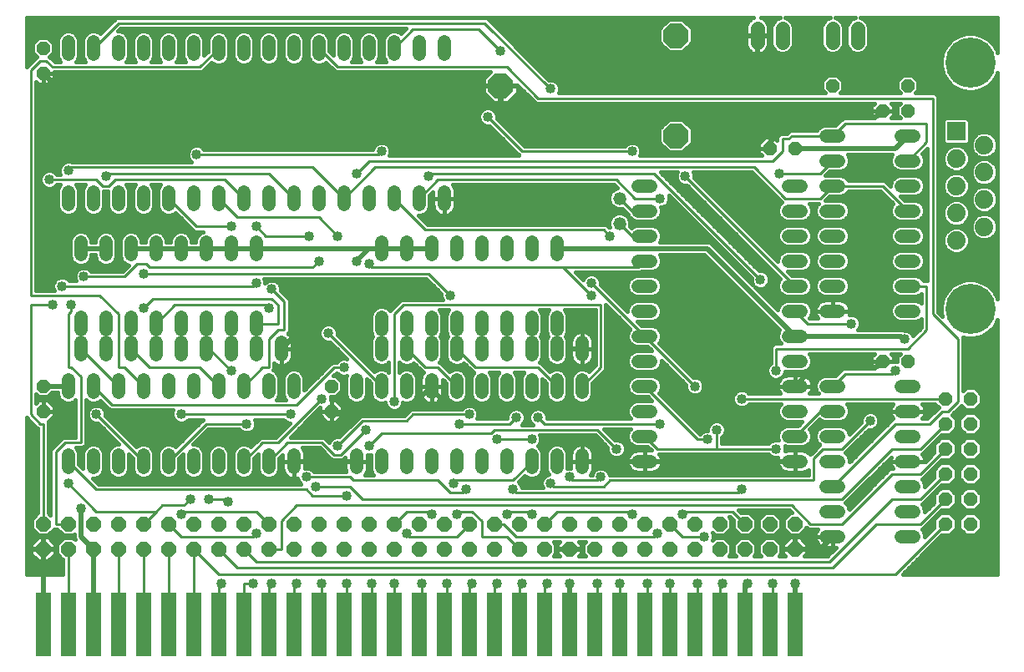
<source format=gbl>
G75*
%MOIN*%
%OFA0B0*%
%FSLAX24Y24*%
%IPPOS*%
%LPD*%
%AMOC8*
5,1,8,0,0,1.08239X$1,22.5*
%
%ADD10R,0.0600X0.2550*%
%ADD11OC8,0.0600*%
%ADD12C,0.0520*%
%ADD13C,0.0560*%
%ADD14OC8,0.1000*%
%ADD15C,0.0520*%
%ADD16R,0.0740X0.0740*%
%ADD17C,0.0740*%
%ADD18C,0.2000*%
%ADD19OC8,0.0520*%
%ADD20OC8,0.0560*%
%ADD21C,0.0100*%
%ADD22C,0.0400*%
%ADD23C,0.0200*%
%ADD24C,0.0160*%
D10*
X001680Y001940D03*
X002680Y001940D03*
X003680Y001940D03*
X004680Y001940D03*
X005680Y001940D03*
X006680Y001940D03*
X007680Y001940D03*
X008680Y001940D03*
X009680Y001940D03*
X010680Y001940D03*
X011680Y001940D03*
X012680Y001940D03*
X013680Y001940D03*
X014680Y001940D03*
X015680Y001940D03*
X016680Y001940D03*
X017680Y001940D03*
X018680Y001940D03*
X019680Y001940D03*
X020680Y001940D03*
X021680Y001940D03*
X022680Y001940D03*
X023680Y001940D03*
X024680Y001940D03*
X025680Y001940D03*
X026680Y001940D03*
X027680Y001940D03*
X028680Y001940D03*
X029680Y001940D03*
X030680Y001940D03*
X031680Y001940D03*
D11*
X031680Y004940D03*
X030680Y004940D03*
X029680Y004940D03*
X028680Y004940D03*
X027680Y004940D03*
X026680Y004940D03*
X025680Y004940D03*
X024680Y004940D03*
X023680Y004940D03*
X022680Y004940D03*
X021680Y004940D03*
X020680Y004940D03*
X019680Y004940D03*
X018680Y004940D03*
X017680Y004940D03*
X016680Y004940D03*
X015680Y004940D03*
X014680Y004940D03*
X013680Y004940D03*
X012680Y004940D03*
X011680Y004940D03*
X010680Y004940D03*
X009680Y004940D03*
X008680Y004940D03*
X007680Y004940D03*
X006680Y004940D03*
X005680Y004940D03*
X004680Y004940D03*
X003680Y004940D03*
X002680Y004940D03*
X001680Y004940D03*
X001680Y005940D03*
X002680Y005940D03*
X003680Y005940D03*
X004680Y005940D03*
X005680Y005940D03*
X006680Y005940D03*
X007680Y005940D03*
X008680Y005940D03*
X009680Y005940D03*
X010680Y005940D03*
X011680Y005940D03*
X012680Y005940D03*
X013680Y005940D03*
X014680Y005940D03*
X015680Y005940D03*
X016680Y005940D03*
X017680Y005940D03*
X018680Y005940D03*
X019680Y005940D03*
X020680Y005940D03*
X021680Y005940D03*
X022680Y005940D03*
X023680Y005940D03*
X024680Y005940D03*
X025680Y005940D03*
X026680Y005940D03*
X027680Y005940D03*
X028680Y005940D03*
X029680Y005940D03*
X030680Y005940D03*
X031680Y005940D03*
D12*
X032920Y005440D02*
X033440Y005440D01*
X033440Y006440D02*
X032920Y006440D01*
X032920Y007440D02*
X033440Y007440D01*
X033440Y008440D02*
X032920Y008440D01*
X031940Y008440D02*
X031420Y008440D01*
X031420Y009440D02*
X031940Y009440D01*
X032920Y009440D02*
X033440Y009440D01*
X033440Y010440D02*
X032920Y010440D01*
X031940Y010440D02*
X031420Y010440D01*
X031420Y011440D02*
X031940Y011440D01*
X032920Y011440D02*
X033440Y011440D01*
X031940Y012440D02*
X031420Y012440D01*
X031420Y013440D02*
X031940Y013440D01*
X031940Y014440D02*
X031420Y014440D01*
X031420Y015440D02*
X031940Y015440D01*
X032920Y015440D02*
X033440Y015440D01*
X033440Y016440D02*
X032920Y016440D01*
X031940Y016440D02*
X031420Y016440D01*
X031420Y017440D02*
X031940Y017440D01*
X032920Y017440D02*
X033440Y017440D01*
X033440Y018440D02*
X032920Y018440D01*
X031940Y018440D02*
X031420Y018440D01*
X031420Y019440D02*
X031940Y019440D01*
X032920Y019440D02*
X033440Y019440D01*
X033440Y020440D02*
X032920Y020440D01*
X032920Y021440D02*
X033440Y021440D01*
X035920Y021440D02*
X036440Y021440D01*
X036440Y020440D02*
X035920Y020440D01*
X035920Y019440D02*
X036440Y019440D01*
X036440Y018440D02*
X035920Y018440D01*
X035920Y017440D02*
X036440Y017440D01*
X036440Y016440D02*
X035920Y016440D01*
X035920Y015440D02*
X036440Y015440D01*
X036440Y014440D02*
X035920Y014440D01*
X033440Y014440D02*
X032920Y014440D01*
X035920Y011440D02*
X036440Y011440D01*
X036440Y010440D02*
X035920Y010440D01*
X035920Y009440D02*
X036440Y009440D01*
X036440Y008440D02*
X035920Y008440D01*
X035920Y007440D02*
X036440Y007440D01*
X036440Y006440D02*
X035920Y006440D01*
X035920Y005440D02*
X036440Y005440D01*
X025940Y008440D02*
X025420Y008440D01*
X025420Y009440D02*
X025940Y009440D01*
X025940Y010440D02*
X025420Y010440D01*
X025420Y011440D02*
X025940Y011440D01*
X025940Y012440D02*
X025420Y012440D01*
X025420Y013440D02*
X025940Y013440D01*
X025940Y014440D02*
X025420Y014440D01*
X025420Y015440D02*
X025940Y015440D01*
X025940Y016440D02*
X025420Y016440D01*
X025420Y017440D02*
X025940Y017440D01*
X025940Y018440D02*
X025420Y018440D01*
X025420Y019440D02*
X025940Y019440D01*
X022180Y017200D02*
X022180Y016680D01*
X021180Y016680D02*
X021180Y017200D01*
X020180Y017200D02*
X020180Y016680D01*
X019180Y016680D02*
X019180Y017200D01*
X018180Y017200D02*
X018180Y016680D01*
X017180Y016680D02*
X017180Y017200D01*
X016180Y017200D02*
X016180Y016680D01*
X015180Y016680D02*
X015180Y017200D01*
X014680Y018680D02*
X014680Y019200D01*
X013680Y019200D02*
X013680Y018680D01*
X012680Y018680D02*
X012680Y019200D01*
X011680Y019200D02*
X011680Y018680D01*
X010680Y018680D02*
X010680Y019200D01*
X009680Y019200D02*
X009680Y018680D01*
X008680Y018680D02*
X008680Y019200D01*
X007680Y019200D02*
X007680Y018680D01*
X006680Y018680D02*
X006680Y019200D01*
X005680Y019200D02*
X005680Y018680D01*
X004680Y018680D02*
X004680Y019200D01*
X003680Y019200D02*
X003680Y018680D01*
X002680Y018680D02*
X002680Y019200D01*
X003180Y017200D02*
X003180Y016680D01*
X004180Y016680D02*
X004180Y017200D01*
X005180Y017200D02*
X005180Y016680D01*
X006180Y016680D02*
X006180Y017200D01*
X007180Y017200D02*
X007180Y016680D01*
X008180Y016680D02*
X008180Y017200D01*
X009180Y017200D02*
X009180Y016680D01*
X010180Y016680D02*
X010180Y017200D01*
X010180Y014200D02*
X010180Y013680D01*
X010180Y013200D02*
X010180Y012680D01*
X009180Y012680D02*
X009180Y013200D01*
X009180Y013680D02*
X009180Y014200D01*
X008180Y014200D02*
X008180Y013680D01*
X008180Y013200D02*
X008180Y012680D01*
X007180Y012680D02*
X007180Y013200D01*
X007180Y013680D02*
X007180Y014200D01*
X006180Y014200D02*
X006180Y013680D01*
X006180Y013200D02*
X006180Y012680D01*
X005180Y012680D02*
X005180Y013200D01*
X005180Y013680D02*
X005180Y014200D01*
X004180Y014200D02*
X004180Y013680D01*
X004180Y013200D02*
X004180Y012680D01*
X003180Y012680D02*
X003180Y013200D01*
X003180Y013680D02*
X003180Y014200D01*
X002680Y011700D02*
X002680Y011180D01*
X003680Y011180D02*
X003680Y011700D01*
X004680Y011700D02*
X004680Y011180D01*
X005680Y011180D02*
X005680Y011700D01*
X006680Y011700D02*
X006680Y011180D01*
X007680Y011180D02*
X007680Y011700D01*
X008680Y011700D02*
X008680Y011180D01*
X009680Y011180D02*
X009680Y011700D01*
X010680Y011700D02*
X010680Y011180D01*
X011680Y011180D02*
X011680Y011700D01*
X011180Y012680D02*
X011180Y013200D01*
X014180Y011700D02*
X014180Y011180D01*
X015180Y011180D02*
X015180Y011700D01*
X016180Y011700D02*
X016180Y011180D01*
X017180Y011180D02*
X017180Y011700D01*
X018180Y011700D02*
X018180Y011180D01*
X019180Y011180D02*
X019180Y011700D01*
X020180Y011700D02*
X020180Y011180D01*
X021180Y011180D02*
X021180Y011700D01*
X022180Y011700D02*
X022180Y011180D01*
X023180Y011180D02*
X023180Y011700D01*
X023180Y012680D02*
X023180Y013200D01*
X022180Y013200D02*
X022180Y012680D01*
X021180Y012680D02*
X021180Y013200D01*
X021180Y013680D02*
X021180Y014200D01*
X022180Y014200D02*
X022180Y013680D01*
X020180Y013680D02*
X020180Y014200D01*
X019180Y014200D02*
X019180Y013680D01*
X019180Y013200D02*
X019180Y012680D01*
X018180Y012680D02*
X018180Y013200D01*
X018180Y013680D02*
X018180Y014200D01*
X017180Y014200D02*
X017180Y013680D01*
X017180Y013200D02*
X017180Y012680D01*
X016180Y012680D02*
X016180Y013200D01*
X016180Y013680D02*
X016180Y014200D01*
X015180Y014200D02*
X015180Y013680D01*
X015180Y013200D02*
X015180Y012680D01*
X020180Y012680D02*
X020180Y013200D01*
X020180Y008700D02*
X020180Y008180D01*
X019180Y008180D02*
X019180Y008700D01*
X018180Y008700D02*
X018180Y008180D01*
X017180Y008180D02*
X017180Y008700D01*
X016180Y008700D02*
X016180Y008180D01*
X015180Y008180D02*
X015180Y008700D01*
X014180Y008700D02*
X014180Y008180D01*
X011680Y008180D02*
X011680Y008700D01*
X010680Y008700D02*
X010680Y008180D01*
X009680Y008180D02*
X009680Y008700D01*
X008680Y008700D02*
X008680Y008180D01*
X007680Y008180D02*
X007680Y008700D01*
X006680Y008700D02*
X006680Y008180D01*
X005680Y008180D02*
X005680Y008700D01*
X004680Y008700D02*
X004680Y008180D01*
X003680Y008180D02*
X003680Y008700D01*
X002680Y008700D02*
X002680Y008180D01*
X015680Y018680D02*
X015680Y019200D01*
X016680Y019200D02*
X016680Y018680D01*
X017680Y018680D02*
X017680Y019200D01*
X017680Y024680D02*
X017680Y025200D01*
X016680Y025200D02*
X016680Y024680D01*
X015680Y024680D02*
X015680Y025200D01*
X014680Y025200D02*
X014680Y024680D01*
X013680Y024680D02*
X013680Y025200D01*
X012680Y025200D02*
X012680Y024680D01*
X011680Y024680D02*
X011680Y025200D01*
X010680Y025200D02*
X010680Y024680D01*
X009680Y024680D02*
X009680Y025200D01*
X008680Y025200D02*
X008680Y024680D01*
X007680Y024680D02*
X007680Y025200D01*
X006680Y025200D02*
X006680Y024680D01*
X005680Y024680D02*
X005680Y025200D01*
X004680Y025200D02*
X004680Y024680D01*
X003680Y024680D02*
X003680Y025200D01*
X002680Y025200D02*
X002680Y024680D01*
X021180Y008700D02*
X021180Y008180D01*
X022180Y008180D02*
X022180Y008700D01*
X023180Y008700D02*
X023180Y008180D01*
D13*
X030180Y025160D02*
X030180Y025720D01*
X031180Y025720D02*
X031180Y025160D01*
X033180Y025160D02*
X033180Y025720D01*
X034180Y025720D02*
X034180Y025160D01*
D14*
X026930Y025440D03*
X026930Y021440D03*
X019930Y023440D03*
D15*
X024680Y018940D03*
X024680Y017940D03*
D16*
X038121Y021621D03*
D17*
X039239Y021074D03*
X038121Y020531D03*
X039239Y019983D03*
X038121Y019440D03*
X039239Y018897D03*
X038121Y018349D03*
X039239Y017806D03*
X038121Y017259D03*
D18*
X038680Y014519D03*
X038680Y024361D03*
D19*
X036180Y023440D03*
X036180Y022440D03*
X035180Y022440D03*
X033180Y023440D03*
X031680Y020940D03*
X030680Y020940D03*
X035180Y012440D03*
X036180Y012440D03*
X013180Y011440D03*
X013180Y010440D03*
X001680Y010440D03*
X001680Y011440D03*
X001680Y023940D03*
X001680Y024940D03*
D20*
X037680Y010940D03*
X038680Y010940D03*
X038680Y009940D03*
X037680Y009940D03*
X037680Y008940D03*
X038680Y008940D03*
X038680Y007940D03*
X037680Y007940D03*
X037680Y006940D03*
X038680Y006940D03*
X038680Y005940D03*
X037680Y005940D03*
D21*
X035680Y003940D01*
X008680Y003940D01*
X007680Y004940D01*
X007680Y001940D01*
X008680Y001940D02*
X008680Y003565D01*
X008805Y003565D01*
X009680Y003565D02*
X010055Y003565D01*
X009680Y003565D02*
X009680Y001940D01*
X010680Y001940D02*
X010680Y003565D01*
X010805Y003565D01*
X011680Y003565D02*
X011805Y003565D01*
X011680Y003565D02*
X011680Y001940D01*
X012680Y001940D02*
X012805Y001940D01*
X012805Y003565D01*
X013805Y003565D02*
X013805Y001940D01*
X013680Y001940D01*
X014680Y001940D02*
X014805Y001940D01*
X014805Y003565D01*
X015680Y003565D02*
X015680Y001940D01*
X016680Y001940D02*
X016805Y001940D01*
X016805Y003565D01*
X017805Y003565D02*
X017805Y001940D01*
X017680Y001940D01*
X018680Y001940D02*
X018680Y003565D01*
X018805Y003565D01*
X019680Y003565D02*
X019805Y003565D01*
X019680Y003565D02*
X019680Y001940D01*
X020680Y001940D02*
X020680Y003565D01*
X020805Y003565D01*
X021680Y003565D02*
X021805Y003565D01*
X021680Y003565D02*
X021680Y001940D01*
X023680Y001940D02*
X023805Y001940D01*
X023805Y003565D01*
X024680Y003565D02*
X024680Y001940D01*
X025680Y001940D02*
X025805Y001940D01*
X025805Y003565D01*
X026680Y003565D02*
X026680Y001940D01*
X027680Y001940D02*
X027805Y001940D01*
X027805Y003565D01*
X028680Y003565D02*
X028805Y003565D01*
X028680Y003565D02*
X028680Y001940D01*
X030680Y001940D02*
X030805Y001940D01*
X030805Y003565D01*
X033055Y004440D02*
X010180Y004440D01*
X009680Y004940D01*
X010055Y005440D02*
X007180Y005440D01*
X006680Y005940D01*
X007180Y006315D02*
X007305Y006440D01*
X010180Y006440D01*
X010680Y005940D01*
X011180Y006065D02*
X011180Y004940D01*
X010680Y004940D01*
X010055Y005440D02*
X010180Y005565D01*
X011180Y006065D02*
X011805Y006690D01*
X031555Y006690D01*
X032305Y005940D01*
X033555Y005940D01*
X035555Y007940D01*
X036680Y007940D01*
X037680Y008940D01*
X036680Y008940D02*
X035555Y008940D01*
X033555Y006940D01*
X014430Y006940D01*
X013930Y007440D01*
X012555Y007440D01*
X012430Y007065D02*
X012180Y007315D01*
X003805Y007315D01*
X002680Y008440D01*
X002180Y008815D02*
X002180Y005940D01*
X002680Y005940D01*
X001680Y005940D02*
X001680Y009940D01*
X001555Y009940D01*
X001180Y010315D01*
X001180Y014690D01*
X002055Y014690D01*
X002680Y014315D02*
X002680Y012190D01*
X002805Y012190D01*
X003180Y011815D01*
X003180Y009190D01*
X002555Y009190D01*
X002180Y008815D01*
X002680Y007565D02*
X003805Y006440D01*
X006180Y006440D01*
X006430Y006690D01*
X007305Y006690D01*
X007555Y006940D01*
X008305Y006940D02*
X008930Y006940D01*
X009055Y006815D01*
X009680Y008440D02*
X010430Y009190D01*
X011055Y009190D01*
X012805Y010940D01*
X011805Y010690D02*
X013305Y012190D01*
X013680Y012190D01*
X013055Y013565D02*
X015180Y011440D01*
X015680Y010815D02*
X015680Y014315D01*
X016055Y014690D01*
X023930Y014690D01*
X023930Y012190D01*
X023180Y011440D01*
X022180Y011440D02*
X021430Y012190D01*
X018930Y012190D01*
X018180Y012940D01*
X017430Y012190D02*
X016930Y012190D01*
X016180Y012940D01*
X017430Y012190D02*
X018180Y011440D01*
X018680Y010315D02*
X016430Y010315D01*
X016180Y010065D01*
X014430Y010065D01*
X013430Y009065D01*
X013305Y008690D02*
X012805Y009190D01*
X011430Y009190D01*
X010680Y008440D01*
X012180Y007815D02*
X013930Y007815D01*
X014055Y007690D01*
X017430Y007690D01*
X017930Y007190D01*
X018430Y007190D01*
X018555Y007315D01*
X018180Y007690D02*
X018055Y007565D01*
X018180Y007690D02*
X020430Y007690D01*
X021180Y008440D01*
X021180Y009315D02*
X019805Y009315D01*
X019555Y009565D02*
X019680Y009690D01*
X023805Y009690D01*
X024555Y008940D01*
X025680Y009440D02*
X026180Y008940D01*
X028555Y008940D01*
X028555Y009690D01*
X028180Y009315D02*
X027805Y009315D01*
X025680Y011440D01*
X025680Y013440D02*
X027680Y011440D01*
X029555Y010940D02*
X037680Y010940D01*
X038180Y010815D02*
X038180Y013315D01*
X037180Y014315D01*
X037180Y022940D01*
X021430Y022940D01*
X020180Y024190D01*
X013430Y024190D01*
X012680Y024940D01*
X015680Y024940D02*
X016430Y025690D01*
X019055Y025690D01*
X019930Y024815D01*
X019305Y025940D02*
X021930Y023315D01*
X020805Y020815D02*
X019430Y022190D01*
X020805Y020815D02*
X025180Y020815D01*
X026055Y019940D02*
X030305Y015690D01*
X031680Y015440D02*
X027305Y019815D01*
X026055Y019940D02*
X017180Y019940D01*
X017055Y019815D01*
X017430Y019690D02*
X024555Y019690D01*
X025305Y018940D01*
X026305Y018940D01*
X025680Y018440D02*
X025180Y018440D01*
X024680Y018940D01*
X024680Y017940D02*
X025180Y017440D01*
X025680Y017440D01*
X025680Y016440D02*
X025430Y016190D01*
X022430Y016190D01*
X023555Y015065D01*
X023555Y015565D02*
X025680Y013440D01*
X022430Y016190D02*
X014805Y016190D01*
X014680Y016315D01*
X013430Y017440D02*
X012680Y018190D01*
X009430Y018190D01*
X008680Y018940D01*
X008930Y019690D02*
X009680Y018940D01*
X008930Y019690D02*
X004555Y019690D01*
X004305Y019440D01*
X004055Y019440D01*
X003805Y019690D01*
X001930Y019690D01*
X002680Y020065D02*
X002805Y020190D01*
X012430Y020190D01*
X013680Y018940D01*
X014930Y020190D01*
X030055Y020190D01*
X031305Y018940D01*
X032680Y018940D01*
X033180Y019440D01*
X035180Y019440D01*
X036180Y018440D01*
X036180Y020440D02*
X036930Y021190D01*
X036930Y021940D01*
X033680Y021940D01*
X033180Y021440D01*
X031555Y021440D01*
X031430Y021315D01*
X031180Y021315D01*
X031180Y020815D01*
X030805Y020440D01*
X014680Y020440D01*
X014180Y019940D01*
X015055Y020690D02*
X007805Y020690D01*
X010680Y019940D02*
X004305Y019940D01*
X004180Y019815D01*
X006680Y018940D02*
X007805Y017815D01*
X009180Y017815D01*
X010180Y017815D02*
X010555Y017440D01*
X012305Y017440D01*
X012680Y016440D02*
X012430Y016190D01*
X005930Y016190D01*
X005805Y016315D01*
X005430Y016315D01*
X004930Y015815D01*
X003305Y015815D01*
X002430Y015440D02*
X010055Y015440D01*
X010180Y015565D01*
X010805Y015315D02*
X011305Y014815D01*
X011305Y013690D01*
X011055Y013690D01*
X010680Y013315D01*
X010680Y012190D01*
X010430Y012190D01*
X009680Y011440D01*
X009180Y012065D02*
X008305Y012940D01*
X008180Y012940D01*
X007930Y012190D02*
X005930Y012190D01*
X005180Y012940D01*
X004930Y012190D02*
X005680Y011440D01*
X004680Y011440D02*
X003180Y012940D01*
X004680Y012190D02*
X004930Y012190D01*
X004680Y012190D02*
X004680Y014315D01*
X003930Y015065D01*
X001180Y015065D01*
X001180Y024065D01*
X001555Y024440D01*
X001805Y024440D01*
X002055Y024190D01*
X007930Y024190D01*
X008680Y024940D01*
X004680Y025940D02*
X019305Y025940D01*
X015180Y020815D02*
X015055Y020690D01*
X016680Y018940D02*
X017430Y019690D01*
X015680Y018940D02*
X016930Y017690D01*
X024055Y017690D01*
X024305Y017440D01*
X017930Y015065D02*
X017055Y015940D01*
X005680Y015940D01*
X006055Y014940D02*
X010805Y014940D01*
X011055Y014690D01*
X011055Y013940D01*
X010180Y013940D01*
X010680Y014565D02*
X010555Y014690D01*
X006930Y014690D01*
X006180Y013940D01*
X005680Y014565D02*
X006055Y014940D01*
X002805Y014690D02*
X002805Y014440D01*
X002680Y014315D01*
X003680Y011440D02*
X004430Y010690D01*
X011805Y010690D01*
X011555Y010315D02*
X007180Y010315D01*
X008180Y009940D02*
X009805Y009940D01*
X008180Y009940D02*
X006680Y008440D01*
X005680Y008440D02*
X003805Y010315D01*
X007930Y012190D02*
X008680Y011440D01*
X013305Y008690D02*
X013555Y008690D01*
X014555Y009690D01*
X015180Y009565D02*
X019555Y009565D01*
X020305Y009940D02*
X018305Y009940D01*
X020305Y009940D02*
X020555Y010190D01*
X021430Y010190D02*
X021680Y009940D01*
X026305Y009940D01*
X028555Y008940D02*
X030930Y008940D01*
X031680Y009440D02*
X032680Y010440D01*
X033180Y010440D01*
X033555Y008940D02*
X034680Y010065D01*
X035680Y009940D02*
X037055Y009940D01*
X037555Y010440D01*
X037805Y010440D01*
X038180Y010815D01*
X037680Y009940D02*
X036680Y008940D01*
X035680Y009940D02*
X033180Y007440D01*
X032430Y007690D02*
X024305Y007690D01*
X024055Y007440D01*
X022055Y007440D01*
X021930Y007565D01*
X022680Y007815D02*
X022805Y007690D01*
X023805Y007690D01*
X023930Y007815D01*
X025055Y006440D02*
X022180Y006440D01*
X021680Y005940D01*
X021180Y006315D02*
X021055Y006440D01*
X020305Y006440D01*
X020180Y006315D01*
X020055Y005940D02*
X019680Y005940D01*
X020055Y005940D02*
X020555Y005440D01*
X026055Y005440D01*
X026180Y005565D01*
X026680Y005940D02*
X027180Y005440D01*
X028055Y005440D01*
X027180Y006315D02*
X027305Y006440D01*
X029180Y006440D01*
X029680Y005940D01*
X029430Y007190D02*
X020555Y007190D01*
X020430Y007315D01*
X019180Y006065D02*
X019180Y005440D01*
X020180Y005440D01*
X020680Y004940D01*
X018680Y005940D02*
X018180Y005440D01*
X016305Y005440D01*
X016180Y005565D01*
X015680Y005940D02*
X016180Y006440D01*
X017055Y006440D01*
X017180Y006315D01*
X018180Y006315D02*
X018305Y006440D01*
X018805Y006440D01*
X019180Y006065D01*
X015180Y009565D02*
X014680Y009065D01*
X013805Y007065D02*
X012430Y007065D01*
X009430Y004190D02*
X008680Y004940D01*
X009430Y004190D02*
X033180Y004190D01*
X034930Y005940D01*
X036680Y005940D01*
X037680Y006940D01*
X036680Y006940D02*
X035555Y006940D01*
X033055Y004440D01*
X036680Y006940D02*
X037680Y007940D01*
X033555Y008940D02*
X032805Y008940D01*
X032430Y008565D01*
X032430Y007690D01*
X029555Y007315D02*
X029430Y007190D01*
X025180Y006315D02*
X025055Y006440D01*
X033180Y011440D02*
X033680Y011940D01*
X035555Y011940D01*
X035680Y012065D01*
X036180Y012940D02*
X036930Y013690D01*
X036930Y015440D01*
X036180Y015440D01*
X033930Y013940D02*
X032180Y013940D01*
X031680Y014440D01*
X030930Y012940D02*
X036180Y012940D01*
X030930Y012940D02*
X030930Y012065D01*
X031055Y019940D02*
X032680Y019940D01*
X033180Y020440D01*
X011680Y018940D02*
X010680Y019940D01*
X004680Y025940D02*
X003680Y024940D01*
X006180Y006440D02*
X005680Y005940D01*
X005680Y004940D02*
X005680Y001940D01*
X004680Y001940D02*
X004680Y004940D01*
X006680Y004940D02*
X006680Y001940D01*
X002680Y001940D02*
X002680Y004940D01*
D22*
X003180Y006565D03*
X002680Y007565D03*
X003805Y010315D03*
X007180Y010315D03*
X009805Y009940D03*
X011555Y010315D03*
X012805Y010940D03*
X014555Y009690D03*
X014680Y009065D03*
X013430Y009065D03*
X012180Y007815D03*
X012555Y007440D03*
X013805Y007065D03*
X016180Y005565D03*
X017180Y006315D03*
X018180Y006315D03*
X018555Y007315D03*
X018055Y007565D03*
X020430Y007315D03*
X021930Y007565D03*
X022680Y007815D03*
X023930Y007815D03*
X024555Y008940D03*
X026305Y009940D03*
X028180Y009315D03*
X028555Y009690D03*
X029555Y010940D03*
X030930Y012065D03*
X027680Y011440D03*
X030930Y008940D03*
X029555Y007315D03*
X027180Y006315D03*
X026180Y005565D03*
X025180Y006315D03*
X028055Y005440D03*
X027805Y003565D03*
X028805Y003565D03*
X029805Y003565D03*
X030805Y003565D03*
X031680Y003565D03*
X026680Y003565D03*
X025805Y003565D03*
X024680Y003565D03*
X023805Y003565D03*
X022680Y003565D03*
X021805Y003565D03*
X020805Y003565D03*
X019805Y003565D03*
X018805Y003565D03*
X017805Y003565D03*
X016805Y003565D03*
X015680Y003565D03*
X014805Y003565D03*
X013805Y003565D03*
X012805Y003565D03*
X011805Y003565D03*
X010805Y003565D03*
X010055Y003565D03*
X008805Y003565D03*
X010180Y005565D03*
X009055Y006815D03*
X008305Y006940D03*
X007555Y006940D03*
X007180Y006315D03*
X015680Y010815D03*
X013680Y012190D03*
X013055Y013565D03*
X010680Y014565D03*
X010805Y015315D03*
X010180Y015565D03*
X012680Y016440D03*
X014180Y016440D03*
X014680Y016315D03*
X015805Y015565D03*
X017930Y015065D03*
X013430Y017440D03*
X012305Y017440D03*
X010180Y017815D03*
X009180Y017815D03*
X005680Y015940D03*
X005680Y014565D03*
X003305Y015815D03*
X002430Y015440D03*
X002055Y014690D03*
X002805Y014690D03*
X009180Y012065D03*
X018305Y009940D03*
X018680Y010315D03*
X019805Y009315D03*
X020555Y010190D03*
X021430Y010190D03*
X021180Y009315D03*
X021180Y006315D03*
X020180Y006315D03*
X033930Y013940D03*
X036055Y013315D03*
X035680Y012065D03*
X034680Y010065D03*
X030305Y015690D03*
X026305Y018940D03*
X027305Y019815D03*
X025180Y020815D03*
X021930Y023315D03*
X019430Y022190D03*
X017055Y019815D03*
X015180Y020815D03*
X014180Y019940D03*
X007805Y020690D03*
X004180Y019815D03*
X002680Y020065D03*
X001930Y019690D03*
X019930Y024815D03*
X031055Y019940D03*
X024305Y017440D03*
X023555Y015565D03*
X023555Y015065D03*
D23*
X023180Y012940D02*
X022680Y012940D01*
X022680Y010940D01*
X022430Y010690D01*
X018930Y010690D01*
X018805Y010815D01*
X018555Y010815D01*
X018430Y010690D01*
X017805Y010690D01*
X017180Y011315D01*
X017180Y011440D01*
X016055Y010315D01*
X013305Y010315D01*
X013180Y010440D01*
X014180Y008440D02*
X011680Y008440D01*
X011180Y012940D02*
X013805Y015565D01*
X015805Y015565D01*
X014618Y016878D02*
X014180Y016440D01*
X014618Y016878D02*
X014555Y016940D01*
X010180Y016940D01*
X009180Y016940D01*
X008180Y016940D01*
X007180Y016940D01*
X006180Y016940D01*
X005180Y016940D01*
X004180Y016940D02*
X003180Y016940D01*
X002680Y011440D02*
X001680Y011440D01*
X003180Y006565D02*
X003180Y005440D01*
X003680Y004940D01*
X003680Y001940D01*
X001680Y001940D02*
X001680Y004940D01*
X014618Y016878D02*
X014680Y016940D01*
X015180Y016940D01*
X016180Y016940D01*
X017180Y016940D01*
X022180Y016940D02*
X028180Y016940D01*
X031680Y013440D01*
X035930Y013440D01*
X036055Y013315D01*
X035180Y012440D02*
X034930Y012190D01*
X032430Y012190D01*
X031680Y011440D01*
X031680Y008440D02*
X025680Y008440D01*
X023180Y008440D01*
X022680Y003565D02*
X022680Y001940D01*
X029680Y001940D02*
X029680Y003565D01*
X029805Y003565D01*
X031680Y003565D02*
X031680Y001940D01*
X031680Y004940D02*
X032680Y004940D01*
X033180Y005440D01*
X031680Y020940D02*
X035680Y020940D01*
X036180Y021440D01*
X035180Y022440D02*
X034930Y022190D01*
X031680Y022190D01*
X030680Y021190D01*
X030680Y020940D01*
X019930Y023440D02*
X002180Y023440D01*
X001680Y023940D01*
D24*
X002120Y023940D01*
X002120Y023980D01*
X008017Y023980D01*
X008140Y024103D01*
X008402Y024365D01*
X008442Y024324D01*
X008596Y024260D01*
X008764Y024260D01*
X008918Y024324D01*
X009036Y024442D01*
X009100Y024596D01*
X009100Y025284D01*
X009036Y025438D01*
X008918Y025556D01*
X008764Y025620D01*
X008596Y025620D01*
X008442Y025556D01*
X008324Y025438D01*
X008260Y025284D01*
X008260Y024817D01*
X008100Y024657D01*
X008100Y025284D01*
X008036Y025438D01*
X007918Y025556D01*
X007764Y025620D01*
X007596Y025620D01*
X007442Y025556D01*
X007324Y025438D01*
X007260Y025284D01*
X007260Y024596D01*
X007324Y024442D01*
X007366Y024400D01*
X006994Y024400D01*
X007036Y024442D01*
X007100Y024596D01*
X007100Y025284D01*
X007036Y025438D01*
X006918Y025556D01*
X006764Y025620D01*
X006596Y025620D01*
X006442Y025556D01*
X006324Y025438D01*
X006260Y025284D01*
X006260Y024596D01*
X006324Y024442D01*
X006366Y024400D01*
X005994Y024400D01*
X006036Y024442D01*
X006100Y024596D01*
X006100Y025284D01*
X006036Y025438D01*
X005918Y025556D01*
X005764Y025620D01*
X005596Y025620D01*
X005442Y025556D01*
X005324Y025438D01*
X005260Y025284D01*
X005260Y024596D01*
X005324Y024442D01*
X005366Y024400D01*
X004994Y024400D01*
X005036Y024442D01*
X005100Y024596D01*
X005100Y025284D01*
X005036Y025438D01*
X004918Y025556D01*
X004764Y025620D01*
X004657Y025620D01*
X004767Y025730D01*
X016173Y025730D01*
X015958Y025515D01*
X015918Y025556D01*
X015764Y025620D01*
X015596Y025620D01*
X015442Y025556D01*
X015324Y025438D01*
X015260Y025284D01*
X015260Y024596D01*
X015324Y024442D01*
X015366Y024400D01*
X014994Y024400D01*
X015036Y024442D01*
X015100Y024596D01*
X015100Y025284D01*
X015036Y025438D01*
X014918Y025556D01*
X014764Y025620D01*
X014596Y025620D01*
X014442Y025556D01*
X014324Y025438D01*
X014260Y025284D01*
X014260Y024596D01*
X014324Y024442D01*
X014366Y024400D01*
X013994Y024400D01*
X014036Y024442D01*
X014100Y024596D01*
X014100Y025284D01*
X014036Y025438D01*
X013918Y025556D01*
X013764Y025620D01*
X013596Y025620D01*
X013442Y025556D01*
X013324Y025438D01*
X013260Y025284D01*
X013260Y024657D01*
X013100Y024817D01*
X013100Y025284D01*
X013036Y025438D01*
X012918Y025556D01*
X012764Y025620D01*
X012596Y025620D01*
X012442Y025556D01*
X012324Y025438D01*
X012260Y025284D01*
X012260Y024596D01*
X012324Y024442D01*
X012442Y024324D01*
X012596Y024260D01*
X012764Y024260D01*
X012918Y024324D01*
X012958Y024365D01*
X013343Y023980D01*
X019508Y023980D01*
X019250Y023722D01*
X019250Y023470D01*
X019900Y023470D01*
X019900Y023410D01*
X019960Y023410D01*
X019960Y023470D01*
X020603Y023470D01*
X021343Y022730D01*
X034848Y022730D01*
X034740Y022622D01*
X034740Y022440D01*
X035180Y022440D01*
X035620Y022440D01*
X035620Y022622D01*
X035512Y022730D01*
X035876Y022730D01*
X035760Y022614D01*
X035760Y022266D01*
X035876Y022150D01*
X035512Y022150D01*
X035620Y022258D01*
X035620Y022440D01*
X035180Y022440D01*
X035180Y022440D01*
X035180Y022440D01*
X034740Y022440D01*
X034740Y022258D01*
X034848Y022150D01*
X033593Y022150D01*
X033303Y021860D01*
X032836Y021860D01*
X032682Y021796D01*
X032564Y021678D01*
X032552Y021650D01*
X031468Y021650D01*
X031345Y021527D01*
X031343Y021525D01*
X031093Y021525D01*
X030970Y021402D01*
X030970Y021272D01*
X030862Y021380D01*
X030680Y021380D01*
X030680Y020940D01*
X030680Y020940D01*
X030680Y020940D01*
X030240Y020940D01*
X030240Y021122D01*
X030498Y021380D01*
X030680Y021380D01*
X030680Y020940D01*
X030240Y020940D01*
X030240Y020758D01*
X030348Y020650D01*
X025501Y020650D01*
X025540Y020743D01*
X025540Y020887D01*
X025485Y021019D01*
X025384Y021120D01*
X025252Y021175D01*
X025108Y021175D01*
X024976Y021120D01*
X024881Y021025D01*
X020892Y021025D01*
X019790Y022127D01*
X019790Y022262D01*
X019735Y022394D01*
X019634Y022495D01*
X019502Y022550D01*
X019358Y022550D01*
X019226Y022495D01*
X019125Y022394D01*
X019070Y022262D01*
X019070Y022118D01*
X019125Y021986D01*
X019226Y021885D01*
X019358Y021830D01*
X019493Y021830D01*
X020595Y020728D01*
X020673Y020650D01*
X015501Y020650D01*
X015540Y020743D01*
X015540Y020887D01*
X015485Y021019D01*
X015384Y021120D01*
X015252Y021175D01*
X015108Y021175D01*
X014976Y021120D01*
X014875Y021019D01*
X014826Y020900D01*
X008104Y020900D01*
X008009Y020995D01*
X007877Y021050D01*
X007733Y021050D01*
X007601Y020995D01*
X007500Y020894D01*
X007445Y020762D01*
X007445Y020618D01*
X007500Y020486D01*
X007586Y020400D01*
X002812Y020400D01*
X002752Y020425D01*
X002608Y020425D01*
X002476Y020370D01*
X002375Y020269D01*
X002320Y020137D01*
X002320Y019993D01*
X002359Y019900D01*
X002229Y019900D01*
X002134Y019995D01*
X002002Y020050D01*
X001858Y020050D01*
X001726Y019995D01*
X001625Y019894D01*
X001570Y019762D01*
X001570Y019618D01*
X001625Y019486D01*
X001726Y019385D01*
X001858Y019330D01*
X002002Y019330D01*
X002134Y019385D01*
X002229Y019480D01*
X002366Y019480D01*
X002324Y019438D01*
X002260Y019284D01*
X002260Y018596D01*
X002324Y018442D01*
X002442Y018324D01*
X002596Y018260D01*
X002764Y018260D01*
X002918Y018324D01*
X003036Y018442D01*
X003100Y018596D01*
X003100Y019284D01*
X003036Y019438D01*
X002994Y019480D01*
X003366Y019480D01*
X003324Y019438D01*
X003260Y019284D01*
X003260Y018596D01*
X003324Y018442D01*
X003442Y018324D01*
X003596Y018260D01*
X003764Y018260D01*
X003918Y018324D01*
X004036Y018442D01*
X004100Y018596D01*
X004100Y019230D01*
X004260Y019230D01*
X004260Y018596D01*
X004324Y018442D01*
X004442Y018324D01*
X004596Y018260D01*
X004764Y018260D01*
X004918Y018324D01*
X005036Y018442D01*
X005100Y018596D01*
X005100Y019284D01*
X005036Y019438D01*
X004994Y019480D01*
X005366Y019480D01*
X005324Y019438D01*
X005260Y019284D01*
X005260Y018596D01*
X005324Y018442D01*
X005442Y018324D01*
X005596Y018260D01*
X005764Y018260D01*
X005918Y018324D01*
X006036Y018442D01*
X006100Y018596D01*
X006100Y019284D01*
X006036Y019438D01*
X005994Y019480D01*
X006366Y019480D01*
X006324Y019438D01*
X006260Y019284D01*
X006260Y018596D01*
X006324Y018442D01*
X006442Y018324D01*
X006596Y018260D01*
X006764Y018260D01*
X006918Y018324D01*
X006958Y018365D01*
X007595Y017728D01*
X007718Y017605D01*
X008060Y017605D01*
X007942Y017556D01*
X007824Y017438D01*
X007760Y017284D01*
X007760Y017200D01*
X007600Y017200D01*
X007600Y017284D01*
X007536Y017438D01*
X007418Y017556D01*
X007264Y017620D01*
X007096Y017620D01*
X006942Y017556D01*
X006824Y017438D01*
X006760Y017284D01*
X006760Y017200D01*
X006600Y017200D01*
X006600Y017284D01*
X006536Y017438D01*
X006418Y017556D01*
X006264Y017620D01*
X006096Y017620D01*
X005942Y017556D01*
X005824Y017438D01*
X005760Y017284D01*
X005760Y017200D01*
X005600Y017200D01*
X005600Y017284D01*
X005536Y017438D01*
X005418Y017556D01*
X005264Y017620D01*
X005096Y017620D01*
X004942Y017556D01*
X004824Y017438D01*
X004760Y017284D01*
X004760Y016596D01*
X004824Y016442D01*
X004942Y016324D01*
X005083Y016265D01*
X004843Y016025D01*
X003604Y016025D01*
X003509Y016120D01*
X003377Y016175D01*
X003233Y016175D01*
X003101Y016120D01*
X003000Y016019D01*
X002945Y015887D01*
X002945Y015743D01*
X002984Y015650D01*
X002729Y015650D01*
X002634Y015745D01*
X002502Y015800D01*
X002358Y015800D01*
X002226Y015745D01*
X002125Y015644D01*
X002070Y015512D01*
X002070Y015368D01*
X002109Y015275D01*
X001390Y015275D01*
X001390Y023608D01*
X001498Y023500D01*
X001680Y023500D01*
X001862Y023500D01*
X002120Y023758D01*
X002120Y023940D01*
X001680Y023940D01*
X001680Y023940D01*
X001680Y023500D01*
X001680Y023940D01*
X001680Y023940D01*
X001680Y023849D02*
X001680Y023849D01*
X001680Y023691D02*
X001680Y023691D01*
X001680Y023532D02*
X001680Y023532D01*
X001894Y023532D02*
X019250Y023532D01*
X019250Y023410D02*
X019250Y023158D01*
X019648Y022760D01*
X019900Y022760D01*
X019900Y023410D01*
X019250Y023410D01*
X019250Y023374D02*
X001390Y023374D01*
X001390Y023532D02*
X001466Y023532D01*
X001390Y023215D02*
X019250Y023215D01*
X019352Y023057D02*
X001390Y023057D01*
X001390Y022898D02*
X019510Y022898D01*
X019900Y022898D02*
X019960Y022898D01*
X019960Y022760D02*
X020212Y022760D01*
X020610Y023158D01*
X020610Y023410D01*
X019960Y023410D01*
X019960Y022760D01*
X019960Y023057D02*
X019900Y023057D01*
X019900Y023215D02*
X019960Y023215D01*
X019960Y023374D02*
X019900Y023374D01*
X020350Y022898D02*
X021175Y022898D01*
X021333Y022740D02*
X001390Y022740D01*
X001390Y022581D02*
X034740Y022581D01*
X034740Y022423D02*
X019707Y022423D01*
X019789Y022264D02*
X034740Y022264D01*
X035620Y022264D02*
X035762Y022264D01*
X035760Y022423D02*
X035620Y022423D01*
X035620Y022581D02*
X035760Y022581D01*
X035876Y023150D02*
X033484Y023150D01*
X033600Y023266D01*
X033600Y023614D01*
X033354Y023860D01*
X033006Y023860D01*
X032760Y023614D01*
X032760Y023266D01*
X032876Y023150D01*
X022251Y023150D01*
X022290Y023243D01*
X022290Y023387D01*
X022235Y023519D01*
X022134Y023620D01*
X022002Y023675D01*
X021867Y023675D01*
X019392Y026150D01*
X004593Y026150D01*
X004470Y026027D01*
X003958Y025515D01*
X003918Y025556D01*
X003764Y025620D01*
X003596Y025620D01*
X003442Y025556D01*
X003324Y025438D01*
X003260Y025284D01*
X003260Y024596D01*
X003324Y024442D01*
X003366Y024400D01*
X002994Y024400D01*
X003036Y024442D01*
X003100Y024596D01*
X003100Y025284D01*
X003036Y025438D01*
X002918Y025556D01*
X002764Y025620D01*
X002596Y025620D01*
X002442Y025556D01*
X002324Y025438D01*
X002260Y025284D01*
X002260Y024596D01*
X002324Y024442D01*
X002366Y024400D01*
X002142Y024400D01*
X002015Y024527D01*
X001938Y024604D01*
X002100Y024766D01*
X002100Y025114D01*
X001854Y025360D01*
X001506Y025360D01*
X001260Y025114D01*
X001260Y024766D01*
X001422Y024604D01*
X001093Y024275D01*
X001010Y024192D01*
X001010Y026156D01*
X030033Y026156D01*
X030003Y026146D01*
X029939Y026113D01*
X029880Y026071D01*
X029829Y026020D01*
X029787Y025961D01*
X029754Y025897D01*
X029731Y025828D01*
X029720Y025756D01*
X029720Y025450D01*
X030170Y025450D01*
X030170Y025430D01*
X030190Y025430D01*
X030190Y025450D01*
X030640Y025450D01*
X030640Y025756D01*
X030629Y025828D01*
X030606Y025897D01*
X030573Y025961D01*
X030531Y026020D01*
X030480Y026071D01*
X030421Y026113D01*
X030357Y026146D01*
X030327Y026156D01*
X031083Y026156D01*
X030931Y026093D01*
X030807Y025969D01*
X030740Y025808D01*
X030740Y025072D01*
X030807Y024911D01*
X030931Y024787D01*
X031092Y024720D01*
X031268Y024720D01*
X031429Y024787D01*
X031553Y024911D01*
X031620Y025072D01*
X031620Y025808D01*
X031553Y025969D01*
X031429Y026093D01*
X031277Y026156D01*
X033083Y026156D01*
X032931Y026093D01*
X032807Y025969D01*
X032740Y025808D01*
X032740Y025072D01*
X032807Y024911D01*
X032931Y024787D01*
X033092Y024720D01*
X033268Y024720D01*
X033429Y024787D01*
X033553Y024911D01*
X033620Y025072D01*
X033620Y025808D01*
X033553Y025969D01*
X033429Y026093D01*
X033277Y026156D01*
X034083Y026156D01*
X033931Y026093D01*
X033807Y025969D01*
X033740Y025808D01*
X033740Y025072D01*
X033807Y024911D01*
X033931Y024787D01*
X034092Y024720D01*
X034268Y024720D01*
X034429Y024787D01*
X034553Y024911D01*
X034620Y025072D01*
X034620Y025808D01*
X034553Y025969D01*
X034429Y026093D01*
X034277Y026156D01*
X039770Y026156D01*
X039770Y024775D01*
X039761Y024809D01*
X039608Y025074D01*
X039392Y025289D01*
X039128Y025442D01*
X038833Y025521D01*
X038527Y025521D01*
X038232Y025442D01*
X037968Y025289D01*
X037752Y025074D01*
X037599Y024809D01*
X037520Y024514D01*
X037520Y024209D01*
X037599Y023914D01*
X037752Y023649D01*
X037968Y023433D01*
X038232Y023280D01*
X038527Y023201D01*
X038833Y023201D01*
X039128Y023280D01*
X039392Y023433D01*
X039608Y023649D01*
X039761Y023914D01*
X039770Y023947D01*
X039770Y014933D01*
X039761Y014966D01*
X039608Y015231D01*
X039392Y015447D01*
X039128Y015600D01*
X038833Y015679D01*
X038527Y015679D01*
X038232Y015600D01*
X037968Y015447D01*
X037752Y015231D01*
X037599Y014966D01*
X037520Y014671D01*
X037520Y014366D01*
X037554Y014238D01*
X037390Y014402D01*
X037390Y023027D01*
X037267Y023150D01*
X036484Y023150D01*
X036600Y023266D01*
X036600Y023614D01*
X036354Y023860D01*
X036006Y023860D01*
X035760Y023614D01*
X035760Y023266D01*
X035876Y023150D01*
X035811Y023215D02*
X033549Y023215D01*
X033600Y023374D02*
X035760Y023374D01*
X035760Y023532D02*
X033600Y023532D01*
X033523Y023691D02*
X035837Y023691D01*
X035995Y023849D02*
X033365Y023849D01*
X032995Y023849D02*
X021693Y023849D01*
X021851Y023691D02*
X032837Y023691D01*
X032760Y023532D02*
X022222Y023532D01*
X022290Y023374D02*
X032760Y023374D01*
X032811Y023215D02*
X022278Y023215D01*
X021534Y024008D02*
X037574Y024008D01*
X037531Y024166D02*
X021376Y024166D01*
X021217Y024325D02*
X037520Y024325D01*
X037520Y024483D02*
X021059Y024483D01*
X020900Y024642D02*
X037554Y024642D01*
X037597Y024800D02*
X034442Y024800D01*
X034573Y024959D02*
X037685Y024959D01*
X037795Y025117D02*
X034620Y025117D01*
X034620Y025276D02*
X037954Y025276D01*
X038218Y025434D02*
X034620Y025434D01*
X034620Y025593D02*
X039770Y025593D01*
X039770Y025751D02*
X034620Y025751D01*
X034578Y025910D02*
X039770Y025910D01*
X039770Y026068D02*
X034454Y026068D01*
X033906Y026068D02*
X033454Y026068D01*
X033578Y025910D02*
X033782Y025910D01*
X033740Y025751D02*
X033620Y025751D01*
X033620Y025593D02*
X033740Y025593D01*
X033740Y025434D02*
X033620Y025434D01*
X033620Y025276D02*
X033740Y025276D01*
X033740Y025117D02*
X033620Y025117D01*
X033573Y024959D02*
X033787Y024959D01*
X033918Y024800D02*
X033442Y024800D01*
X032918Y024800D02*
X031442Y024800D01*
X031573Y024959D02*
X032787Y024959D01*
X032740Y025117D02*
X031620Y025117D01*
X031620Y025276D02*
X032740Y025276D01*
X032740Y025434D02*
X031620Y025434D01*
X031620Y025593D02*
X032740Y025593D01*
X032740Y025751D02*
X031620Y025751D01*
X031578Y025910D02*
X032782Y025910D01*
X032906Y026068D02*
X031454Y026068D01*
X030906Y026068D02*
X030482Y026068D01*
X030600Y025910D02*
X030782Y025910D01*
X030740Y025751D02*
X030640Y025751D01*
X030640Y025593D02*
X030740Y025593D01*
X030740Y025434D02*
X030190Y025434D01*
X030190Y025430D02*
X030640Y025430D01*
X030640Y025124D01*
X030629Y025052D01*
X030606Y024983D01*
X030573Y024919D01*
X030531Y024860D01*
X030480Y024809D01*
X030421Y024767D01*
X030357Y024734D01*
X030288Y024711D01*
X030216Y024700D01*
X030190Y024700D01*
X030190Y025430D01*
X030170Y025430D02*
X030170Y024700D01*
X030144Y024700D01*
X030072Y024711D01*
X030003Y024734D01*
X029939Y024767D01*
X029880Y024809D01*
X029829Y024860D01*
X029787Y024919D01*
X029754Y024983D01*
X029731Y025052D01*
X029720Y025124D01*
X029720Y025430D01*
X030170Y025430D01*
X030170Y025434D02*
X027590Y025434D01*
X027590Y025276D02*
X029720Y025276D01*
X029721Y025117D02*
X027540Y025117D01*
X027590Y025167D02*
X027203Y024780D01*
X026657Y024780D01*
X026270Y025167D01*
X026270Y025713D01*
X026657Y026100D01*
X027203Y026100D01*
X027590Y025713D01*
X027590Y025167D01*
X027382Y024959D02*
X029766Y024959D01*
X029893Y024800D02*
X027223Y024800D01*
X026637Y024800D02*
X020742Y024800D01*
X020583Y024959D02*
X026478Y024959D01*
X026320Y025117D02*
X020425Y025117D01*
X020266Y025276D02*
X026270Y025276D01*
X026270Y025434D02*
X020108Y025434D01*
X019949Y025593D02*
X026270Y025593D01*
X026308Y025751D02*
X019791Y025751D01*
X019632Y025910D02*
X026466Y025910D01*
X026625Y026068D02*
X019474Y026068D01*
X019377Y023849D02*
X002120Y023849D01*
X002053Y023691D02*
X019250Y023691D01*
X020610Y023374D02*
X020699Y023374D01*
X020610Y023215D02*
X020858Y023215D01*
X021016Y023057D02*
X020508Y023057D01*
X019811Y022106D02*
X033549Y022106D01*
X033390Y021947D02*
X027356Y021947D01*
X027203Y022100D02*
X026657Y022100D01*
X026270Y021713D01*
X026270Y021167D01*
X026657Y020780D01*
X027203Y020780D01*
X027590Y021167D01*
X027590Y021713D01*
X027203Y022100D01*
X027515Y021789D02*
X032675Y021789D01*
X031448Y021630D02*
X027590Y021630D01*
X027590Y021472D02*
X031040Y021472D01*
X030970Y021313D02*
X030929Y021313D01*
X030680Y021313D02*
X030680Y021313D01*
X030680Y021155D02*
X030680Y021155D01*
X030680Y020996D02*
X030680Y020996D01*
X030431Y021313D02*
X027590Y021313D01*
X027578Y021155D02*
X030272Y021155D01*
X030240Y020996D02*
X027419Y020996D01*
X027261Y020838D02*
X030240Y020838D01*
X030319Y020679D02*
X025513Y020679D01*
X025540Y020838D02*
X026599Y020838D01*
X026441Y020996D02*
X025495Y020996D01*
X025301Y021155D02*
X026282Y021155D01*
X026270Y021313D02*
X020604Y021313D01*
X020762Y021155D02*
X025059Y021155D01*
X026270Y021472D02*
X020445Y021472D01*
X020287Y021630D02*
X026270Y021630D01*
X026345Y021789D02*
X020128Y021789D01*
X019970Y021947D02*
X026504Y021947D01*
X026312Y019980D02*
X026984Y019980D01*
X026945Y019887D01*
X026945Y019743D01*
X027000Y019611D01*
X027101Y019510D01*
X027233Y019455D01*
X027368Y019455D01*
X031105Y015718D01*
X031064Y015678D01*
X031000Y015524D01*
X031000Y015356D01*
X031064Y015202D01*
X031182Y015084D01*
X031336Y015020D01*
X032024Y015020D01*
X032178Y015084D01*
X032296Y015202D01*
X032360Y015356D01*
X032360Y015524D01*
X032296Y015678D01*
X032178Y015796D01*
X032024Y015860D01*
X031557Y015860D01*
X031397Y016020D01*
X032024Y016020D01*
X032178Y016084D01*
X032296Y016202D01*
X032360Y016356D01*
X032360Y016524D01*
X032296Y016678D01*
X032178Y016796D01*
X032024Y016860D01*
X031336Y016860D01*
X031182Y016796D01*
X031064Y016678D01*
X031000Y016524D01*
X031000Y016417D01*
X027665Y019752D01*
X027665Y019887D01*
X027626Y019980D01*
X029968Y019980D01*
X031095Y018853D01*
X031167Y018781D01*
X031064Y018678D01*
X031000Y018524D01*
X031000Y018356D01*
X031064Y018202D01*
X031182Y018084D01*
X031336Y018020D01*
X032024Y018020D01*
X032178Y018084D01*
X032296Y018202D01*
X032360Y018356D01*
X032360Y018524D01*
X032296Y018678D01*
X032244Y018730D01*
X032616Y018730D01*
X032564Y018678D01*
X032500Y018524D01*
X032500Y018356D01*
X032564Y018202D01*
X032682Y018084D01*
X032836Y018020D01*
X033524Y018020D01*
X033678Y018084D01*
X033796Y018202D01*
X033860Y018356D01*
X033860Y018524D01*
X033796Y018678D01*
X033678Y018796D01*
X033524Y018860D01*
X032897Y018860D01*
X033057Y019020D01*
X033524Y019020D01*
X033678Y019084D01*
X033796Y019202D01*
X033808Y019230D01*
X035093Y019230D01*
X035605Y018718D01*
X035564Y018678D01*
X035500Y018524D01*
X035500Y018356D01*
X035564Y018202D01*
X035682Y018084D01*
X035836Y018020D01*
X036524Y018020D01*
X036678Y018084D01*
X036796Y018202D01*
X036860Y018356D01*
X036860Y018524D01*
X036796Y018678D01*
X036678Y018796D01*
X036524Y018860D01*
X036057Y018860D01*
X035897Y019020D01*
X036524Y019020D01*
X036678Y019084D01*
X036796Y019202D01*
X036860Y019356D01*
X036860Y019524D01*
X036796Y019678D01*
X036678Y019796D01*
X036524Y019860D01*
X035836Y019860D01*
X035682Y019796D01*
X035564Y019678D01*
X035500Y019524D01*
X035500Y019417D01*
X035390Y019527D01*
X035267Y019650D01*
X033808Y019650D01*
X033796Y019678D01*
X033678Y019796D01*
X033524Y019860D01*
X032897Y019860D01*
X033057Y020020D01*
X033524Y020020D01*
X033678Y020084D01*
X033796Y020202D01*
X033860Y020356D01*
X033860Y020524D01*
X033796Y020678D01*
X033794Y020680D01*
X035566Y020680D01*
X035564Y020678D01*
X035500Y020524D01*
X035500Y020356D01*
X035564Y020202D01*
X035682Y020084D01*
X035836Y020020D01*
X036524Y020020D01*
X036678Y020084D01*
X036796Y020202D01*
X036860Y020356D01*
X036860Y020524D01*
X036796Y020678D01*
X036755Y020718D01*
X036970Y020933D01*
X036970Y015650D01*
X036808Y015650D01*
X036796Y015678D01*
X036678Y015796D01*
X036524Y015860D01*
X035836Y015860D01*
X035682Y015796D01*
X035564Y015678D01*
X035500Y015524D01*
X035500Y015356D01*
X035564Y015202D01*
X035682Y015084D01*
X035836Y015020D01*
X036524Y015020D01*
X036678Y015084D01*
X036720Y015126D01*
X036720Y014754D01*
X036678Y014796D01*
X036524Y014860D01*
X035836Y014860D01*
X035682Y014796D01*
X035564Y014678D01*
X035500Y014524D01*
X035500Y014356D01*
X035564Y014202D01*
X035682Y014084D01*
X035836Y014020D01*
X036524Y014020D01*
X036678Y014084D01*
X036720Y014126D01*
X036720Y013777D01*
X036390Y013447D01*
X036360Y013519D01*
X036259Y013620D01*
X036127Y013675D01*
X036042Y013675D01*
X035982Y013700D01*
X034199Y013700D01*
X034235Y013736D01*
X034290Y013868D01*
X034290Y014012D01*
X034235Y014144D01*
X034134Y014245D01*
X034002Y014300D01*
X033858Y014300D01*
X033857Y014299D01*
X033869Y014337D01*
X033880Y014405D01*
X033880Y014440D01*
X033880Y014475D01*
X033869Y014543D01*
X033848Y014609D01*
X033816Y014671D01*
X033776Y014727D01*
X033727Y014776D01*
X033671Y014816D01*
X033609Y014848D01*
X033543Y014869D01*
X033475Y014880D01*
X033180Y014880D01*
X033180Y014440D01*
X033180Y014440D01*
X033880Y014440D01*
X033180Y014440D01*
X033180Y014440D01*
X033180Y014440D01*
X032480Y014440D01*
X032480Y014475D01*
X032491Y014543D01*
X032512Y014609D01*
X032544Y014671D01*
X032584Y014727D01*
X032633Y014776D01*
X032689Y014816D01*
X032751Y014848D01*
X032817Y014869D01*
X032885Y014880D01*
X033180Y014880D01*
X033180Y014440D01*
X032480Y014440D01*
X032480Y014405D01*
X032491Y014337D01*
X032512Y014271D01*
X032544Y014209D01*
X032584Y014153D01*
X032588Y014150D01*
X032267Y014150D01*
X032255Y014162D01*
X032296Y014202D01*
X032360Y014356D01*
X032360Y014524D01*
X032296Y014678D01*
X032178Y014796D01*
X032024Y014860D01*
X031336Y014860D01*
X031182Y014796D01*
X031064Y014678D01*
X031000Y014524D01*
X031000Y014488D01*
X030104Y015384D01*
X030233Y015330D01*
X030377Y015330D01*
X030509Y015385D01*
X030610Y015486D01*
X030665Y015618D01*
X030665Y015762D01*
X030610Y015894D01*
X030509Y015995D01*
X030377Y016050D01*
X030242Y016050D01*
X026312Y019980D01*
X026405Y019887D02*
X026945Y019887D01*
X026951Y019728D02*
X026564Y019728D01*
X026722Y019570D02*
X027041Y019570D01*
X026881Y019411D02*
X027412Y019411D01*
X027570Y019253D02*
X027039Y019253D01*
X027198Y019094D02*
X027729Y019094D01*
X027887Y018936D02*
X027356Y018936D01*
X027515Y018777D02*
X028046Y018777D01*
X028204Y018619D02*
X027673Y018619D01*
X027832Y018460D02*
X028363Y018460D01*
X028521Y018302D02*
X027990Y018302D01*
X028149Y018143D02*
X028680Y018143D01*
X028838Y017985D02*
X028307Y017985D01*
X028466Y017826D02*
X028997Y017826D01*
X029155Y017668D02*
X028624Y017668D01*
X028783Y017509D02*
X029314Y017509D01*
X029472Y017351D02*
X028941Y017351D01*
X029100Y017192D02*
X029631Y017192D01*
X029789Y017034D02*
X029258Y017034D01*
X029417Y016875D02*
X029948Y016875D01*
X030106Y016717D02*
X029575Y016717D01*
X029734Y016558D02*
X030265Y016558D01*
X030423Y016400D02*
X029892Y016400D01*
X030051Y016241D02*
X030582Y016241D01*
X030740Y016083D02*
X030209Y016083D01*
X030580Y015924D02*
X030899Y015924D01*
X031057Y015766D02*
X030663Y015766D01*
X030660Y015607D02*
X031035Y015607D01*
X031000Y015449D02*
X030573Y015449D01*
X030198Y015290D02*
X031028Y015290D01*
X031135Y015132D02*
X030356Y015132D01*
X030515Y014973D02*
X036720Y014973D01*
X036720Y014815D02*
X036633Y014815D01*
X037390Y014815D02*
X037558Y014815D01*
X037520Y014656D02*
X037390Y014656D01*
X037390Y014498D02*
X037520Y014498D01*
X037527Y014339D02*
X037453Y014339D01*
X037390Y014973D02*
X037603Y014973D01*
X037694Y015132D02*
X037390Y015132D01*
X037390Y015290D02*
X037811Y015290D01*
X037970Y015449D02*
X037390Y015449D01*
X037390Y015607D02*
X038260Y015607D01*
X037390Y015766D02*
X039770Y015766D01*
X039770Y015924D02*
X037390Y015924D01*
X037390Y016083D02*
X039770Y016083D01*
X039770Y016241D02*
X037390Y016241D01*
X037390Y016400D02*
X039770Y016400D01*
X039770Y016558D02*
X037390Y016558D01*
X037390Y016717D02*
X039770Y016717D01*
X039770Y016875D02*
X038487Y016875D01*
X038421Y016810D02*
X038570Y016959D01*
X038651Y017153D01*
X038651Y017364D01*
X038570Y017559D01*
X038421Y017708D01*
X038226Y017789D01*
X038016Y017789D01*
X037821Y017708D01*
X037672Y017559D01*
X037591Y017364D01*
X037591Y017153D01*
X037672Y016959D01*
X037821Y016810D01*
X038016Y016729D01*
X038226Y016729D01*
X038421Y016810D01*
X038601Y017034D02*
X039770Y017034D01*
X039770Y017192D02*
X038651Y017192D01*
X038651Y017351D02*
X038954Y017351D01*
X038939Y017357D02*
X039134Y017276D01*
X039344Y017276D01*
X039539Y017357D01*
X039688Y017506D01*
X039769Y017701D01*
X039769Y017912D01*
X039688Y018106D01*
X039539Y018255D01*
X039344Y018336D01*
X039134Y018336D01*
X038939Y018255D01*
X038790Y018106D01*
X038709Y017912D01*
X038709Y017701D01*
X038790Y017506D01*
X038939Y017357D01*
X038788Y017509D02*
X038591Y017509D01*
X038462Y017668D02*
X038723Y017668D01*
X038709Y017826D02*
X038242Y017826D01*
X038226Y017819D02*
X038421Y017900D01*
X038570Y018049D01*
X038651Y018244D01*
X038651Y018455D01*
X038570Y018650D01*
X038421Y018799D01*
X038226Y018879D01*
X038016Y018879D01*
X037821Y018799D01*
X037672Y018650D01*
X037591Y018455D01*
X037591Y018244D01*
X037672Y018049D01*
X037821Y017900D01*
X038016Y017819D01*
X038226Y017819D01*
X038000Y017826D02*
X037390Y017826D01*
X037390Y017668D02*
X037780Y017668D01*
X037651Y017509D02*
X037390Y017509D01*
X037390Y017351D02*
X037591Y017351D01*
X037591Y017192D02*
X037390Y017192D01*
X037390Y017034D02*
X037641Y017034D01*
X037755Y016875D02*
X037390Y016875D01*
X036970Y016875D02*
X030542Y016875D01*
X030700Y016717D02*
X031103Y016717D01*
X031014Y016558D02*
X030859Y016558D01*
X031182Y017084D02*
X031336Y017020D01*
X032024Y017020D01*
X032178Y017084D01*
X032296Y017202D01*
X032360Y017356D01*
X032360Y017524D01*
X032296Y017678D01*
X032178Y017796D01*
X032024Y017860D01*
X031336Y017860D01*
X031182Y017796D01*
X031064Y017678D01*
X031000Y017524D01*
X031000Y017356D01*
X031064Y017202D01*
X031182Y017084D01*
X031304Y017034D02*
X030383Y017034D01*
X030225Y017192D02*
X031074Y017192D01*
X031002Y017351D02*
X030066Y017351D01*
X029908Y017509D02*
X031000Y017509D01*
X031060Y017668D02*
X029749Y017668D01*
X029591Y017826D02*
X031254Y017826D01*
X031123Y018143D02*
X029274Y018143D01*
X029432Y017985D02*
X036970Y017985D01*
X036970Y018143D02*
X036737Y018143D01*
X036837Y018302D02*
X036970Y018302D01*
X036970Y018460D02*
X036860Y018460D01*
X036821Y018619D02*
X036970Y018619D01*
X036970Y018777D02*
X036697Y018777D01*
X036970Y018936D02*
X035981Y018936D01*
X035546Y018777D02*
X033697Y018777D01*
X033821Y018619D02*
X035539Y018619D01*
X035500Y018460D02*
X033860Y018460D01*
X033837Y018302D02*
X035523Y018302D01*
X035623Y018143D02*
X033737Y018143D01*
X033606Y017826D02*
X035754Y017826D01*
X035682Y017796D02*
X035564Y017678D01*
X035500Y017524D01*
X035500Y017356D01*
X035564Y017202D01*
X035682Y017084D01*
X035836Y017020D01*
X036524Y017020D01*
X036678Y017084D01*
X036796Y017202D01*
X036860Y017356D01*
X036860Y017524D01*
X036796Y017678D01*
X036678Y017796D01*
X036524Y017860D01*
X035836Y017860D01*
X035682Y017796D01*
X035560Y017668D02*
X033800Y017668D01*
X033796Y017678D02*
X033678Y017796D01*
X033524Y017860D01*
X032836Y017860D01*
X032682Y017796D01*
X032564Y017678D01*
X032500Y017524D01*
X032500Y017356D01*
X032564Y017202D01*
X032682Y017084D01*
X032836Y017020D01*
X033524Y017020D01*
X033678Y017084D01*
X033796Y017202D01*
X033860Y017356D01*
X033860Y017524D01*
X033796Y017678D01*
X033860Y017509D02*
X035500Y017509D01*
X035502Y017351D02*
X033858Y017351D01*
X033786Y017192D02*
X035574Y017192D01*
X035804Y017034D02*
X033556Y017034D01*
X033524Y016860D02*
X033678Y016796D01*
X033796Y016678D01*
X033860Y016524D01*
X033860Y016356D01*
X033796Y016202D01*
X033678Y016084D01*
X033524Y016020D01*
X032836Y016020D01*
X032682Y016084D01*
X032564Y016202D01*
X032500Y016356D01*
X032500Y016524D01*
X032564Y016678D01*
X032682Y016796D01*
X032836Y016860D01*
X033524Y016860D01*
X033757Y016717D02*
X035603Y016717D01*
X035564Y016678D02*
X035682Y016796D01*
X035836Y016860D01*
X036524Y016860D01*
X036678Y016796D01*
X036796Y016678D01*
X036860Y016524D01*
X036860Y016356D01*
X036796Y016202D01*
X036678Y016084D01*
X036524Y016020D01*
X035836Y016020D01*
X035682Y016084D01*
X035564Y016202D01*
X035500Y016356D01*
X035500Y016524D01*
X035564Y016678D01*
X035514Y016558D02*
X033846Y016558D01*
X033860Y016400D02*
X035500Y016400D01*
X035548Y016241D02*
X033812Y016241D01*
X033674Y016083D02*
X035686Y016083D01*
X035652Y015766D02*
X033708Y015766D01*
X033678Y015796D02*
X033524Y015860D01*
X032836Y015860D01*
X032682Y015796D01*
X032564Y015678D01*
X032500Y015524D01*
X032500Y015356D01*
X032564Y015202D01*
X032682Y015084D01*
X032836Y015020D01*
X033524Y015020D01*
X033678Y015084D01*
X033796Y015202D01*
X033860Y015356D01*
X033860Y015524D01*
X033796Y015678D01*
X033678Y015796D01*
X033825Y015607D02*
X035535Y015607D01*
X035500Y015449D02*
X033860Y015449D01*
X033832Y015290D02*
X035528Y015290D01*
X035635Y015132D02*
X033725Y015132D01*
X033673Y014815D02*
X035727Y014815D01*
X035555Y014656D02*
X033824Y014656D01*
X033876Y014498D02*
X035500Y014498D01*
X035507Y014339D02*
X033869Y014339D01*
X034199Y014181D02*
X035586Y014181D01*
X035832Y014022D02*
X034286Y014022D01*
X034288Y013864D02*
X036720Y013864D01*
X036720Y014022D02*
X036528Y014022D01*
X036648Y013705D02*
X034204Y013705D01*
X034848Y012730D02*
X034740Y012622D01*
X034740Y012440D01*
X035180Y012440D01*
X035620Y012440D01*
X035620Y012622D01*
X035512Y012730D01*
X035876Y012730D01*
X035760Y012614D01*
X035760Y012422D01*
X035752Y012425D01*
X035620Y012425D01*
X035620Y012440D01*
X035180Y012440D01*
X035180Y012440D01*
X035180Y012440D01*
X034740Y012440D01*
X034740Y012258D01*
X034848Y012150D01*
X033593Y012150D01*
X033470Y012027D01*
X033303Y011860D01*
X032836Y011860D01*
X032682Y011796D01*
X032564Y011678D01*
X032500Y011524D01*
X032500Y011356D01*
X032564Y011202D01*
X032616Y011150D01*
X032272Y011150D01*
X032276Y011153D01*
X032316Y011209D01*
X032348Y011271D01*
X032369Y011337D01*
X032380Y011405D01*
X032380Y011440D01*
X032380Y011475D01*
X032369Y011543D01*
X032348Y011609D01*
X032316Y011671D01*
X032276Y011727D01*
X032227Y011776D01*
X032171Y011816D01*
X032109Y011848D01*
X032043Y011869D01*
X031975Y011880D01*
X031680Y011880D01*
X031680Y011440D01*
X031680Y011440D01*
X032380Y011440D01*
X031680Y011440D01*
X031680Y011440D01*
X031680Y011880D01*
X031385Y011880D01*
X031317Y011869D01*
X031251Y011848D01*
X031192Y011817D01*
X031235Y011861D01*
X031290Y011993D01*
X031290Y012039D01*
X031336Y012020D01*
X032024Y012020D01*
X032178Y012084D01*
X032296Y012202D01*
X032360Y012356D01*
X032360Y012524D01*
X032296Y012678D01*
X032244Y012730D01*
X034848Y012730D01*
X034740Y012596D02*
X032330Y012596D01*
X032360Y012437D02*
X034740Y012437D01*
X034740Y012279D02*
X032328Y012279D01*
X032214Y012120D02*
X033563Y012120D01*
X033405Y011962D02*
X031277Y011962D01*
X031106Y011748D02*
X031002Y011705D01*
X030858Y011705D01*
X030726Y011760D01*
X030625Y011861D01*
X030570Y011993D01*
X030570Y012137D01*
X030625Y012269D01*
X030720Y012364D01*
X030720Y013027D01*
X030843Y013150D01*
X031116Y013150D01*
X031064Y013202D01*
X031000Y013356D01*
X031000Y013524D01*
X031064Y013678D01*
X031069Y013683D01*
X028072Y016680D01*
X026294Y016680D01*
X026296Y016678D01*
X026360Y016524D01*
X026360Y016356D01*
X026296Y016202D01*
X026178Y016084D01*
X026024Y016020D01*
X025557Y016020D01*
X025517Y015980D01*
X022937Y015980D01*
X023220Y015697D01*
X023250Y015769D01*
X023351Y015870D01*
X023483Y015925D01*
X023627Y015925D01*
X023759Y015870D01*
X023860Y015769D01*
X023915Y015637D01*
X023915Y015502D01*
X025000Y014417D01*
X025000Y014524D01*
X025064Y014678D01*
X025182Y014796D01*
X025336Y014860D01*
X026024Y014860D01*
X026178Y014796D01*
X026296Y014678D01*
X026360Y014524D01*
X026360Y014356D01*
X026296Y014202D01*
X026178Y014084D01*
X026024Y014020D01*
X025397Y014020D01*
X025557Y013860D01*
X026024Y013860D01*
X026178Y013796D01*
X026296Y013678D01*
X026360Y013524D01*
X026360Y013356D01*
X026296Y013202D01*
X026255Y013162D01*
X027617Y011800D01*
X027752Y011800D01*
X027884Y011745D01*
X027985Y011644D01*
X028040Y011512D01*
X028040Y011368D01*
X027985Y011236D01*
X027884Y011135D01*
X027752Y011080D01*
X027608Y011080D01*
X027476Y011135D01*
X027375Y011236D01*
X027320Y011368D01*
X027320Y011503D01*
X026360Y012463D01*
X026360Y012356D01*
X026296Y012202D01*
X026178Y012084D01*
X026024Y012020D01*
X025336Y012020D01*
X025182Y012084D01*
X025064Y012202D01*
X025000Y012356D01*
X025000Y012524D01*
X025064Y012678D01*
X025182Y012796D01*
X025336Y012860D01*
X025963Y012860D01*
X025803Y013020D01*
X025336Y013020D01*
X025182Y013084D01*
X025064Y013202D01*
X025000Y013356D01*
X025000Y013524D01*
X025064Y013678D01*
X025105Y013718D01*
X024140Y014683D01*
X024140Y012103D01*
X024017Y011980D01*
X023600Y011563D01*
X023600Y011096D01*
X023536Y010942D01*
X023418Y010824D01*
X023264Y010760D01*
X023096Y010760D01*
X022942Y010824D01*
X022824Y010942D01*
X022760Y011096D01*
X022760Y011784D01*
X022824Y011938D01*
X022942Y012056D01*
X023096Y012120D01*
X023264Y012120D01*
X023418Y012056D01*
X023458Y012015D01*
X023720Y012277D01*
X023720Y014480D01*
X022494Y014480D01*
X022536Y014438D01*
X022600Y014284D01*
X022600Y013596D01*
X022536Y013442D01*
X022534Y013440D01*
X022536Y013438D01*
X022600Y013284D01*
X022600Y012596D01*
X022536Y012442D01*
X022418Y012324D01*
X022264Y012260D01*
X022096Y012260D01*
X021942Y012324D01*
X021824Y012442D01*
X021760Y012596D01*
X021760Y013284D01*
X021824Y013438D01*
X021826Y013440D01*
X021824Y013442D01*
X021760Y013596D01*
X021760Y014284D01*
X021824Y014438D01*
X021866Y014480D01*
X021494Y014480D01*
X021536Y014438D01*
X021600Y014284D01*
X021600Y013596D01*
X021536Y013442D01*
X021534Y013440D01*
X021536Y013438D01*
X021600Y013284D01*
X021600Y012596D01*
X021536Y012442D01*
X021494Y012400D01*
X021517Y012400D01*
X021640Y012277D01*
X021902Y012015D01*
X021942Y012056D01*
X022096Y012120D01*
X022264Y012120D01*
X022418Y012056D01*
X022536Y011938D01*
X022600Y011784D01*
X022600Y011096D01*
X022536Y010942D01*
X022418Y010824D01*
X022264Y010760D01*
X022096Y010760D01*
X021942Y010824D01*
X021824Y010942D01*
X021760Y011096D01*
X021760Y011563D01*
X021600Y011723D01*
X021600Y011096D01*
X021536Y010942D01*
X021418Y010824D01*
X021264Y010760D01*
X021096Y010760D01*
X020942Y010824D01*
X020824Y010942D01*
X020760Y011096D01*
X020760Y011784D01*
X020824Y011938D01*
X020866Y011980D01*
X020494Y011980D01*
X020536Y011938D01*
X020600Y011784D01*
X020600Y011096D01*
X020536Y010942D01*
X020418Y010824D01*
X020264Y010760D01*
X020096Y010760D01*
X019942Y010824D01*
X019824Y010942D01*
X019760Y011096D01*
X019760Y011784D01*
X019824Y011938D01*
X019866Y011980D01*
X019494Y011980D01*
X019536Y011938D01*
X019600Y011784D01*
X019600Y011096D01*
X019536Y010942D01*
X019418Y010824D01*
X019264Y010760D01*
X019096Y010760D01*
X018942Y010824D01*
X018824Y010942D01*
X018760Y011096D01*
X018760Y011784D01*
X018824Y011938D01*
X018866Y011980D01*
X018843Y011980D01*
X018458Y012365D01*
X018418Y012324D01*
X018264Y012260D01*
X018096Y012260D01*
X017942Y012324D01*
X017824Y012442D01*
X017760Y012596D01*
X017760Y013284D01*
X017824Y013438D01*
X017826Y013440D01*
X017824Y013442D01*
X017760Y013596D01*
X017760Y014284D01*
X017824Y014438D01*
X017866Y014480D01*
X017494Y014480D01*
X017536Y014438D01*
X017600Y014284D01*
X017600Y013596D01*
X017536Y013442D01*
X017534Y013440D01*
X017536Y013438D01*
X017600Y013284D01*
X017600Y012596D01*
X017536Y012442D01*
X017494Y012400D01*
X017517Y012400D01*
X017640Y012277D01*
X017902Y012015D01*
X017942Y012056D01*
X018096Y012120D01*
X018264Y012120D01*
X018418Y012056D01*
X018536Y011938D01*
X018600Y011784D01*
X018600Y011096D01*
X018536Y010942D01*
X018418Y010824D01*
X018264Y010760D01*
X018096Y010760D01*
X017942Y010824D01*
X017824Y010942D01*
X017760Y011096D01*
X017760Y011563D01*
X017620Y011703D01*
X017620Y011440D01*
X017180Y011440D01*
X017180Y011440D01*
X017620Y011440D01*
X017620Y011145D01*
X017609Y011077D01*
X017588Y011011D01*
X017556Y010949D01*
X017516Y010893D01*
X017467Y010844D01*
X017411Y010804D01*
X017349Y010772D01*
X017283Y010751D01*
X017215Y010740D01*
X017180Y010740D01*
X017180Y011440D01*
X017180Y011440D01*
X017180Y011440D01*
X016740Y011440D01*
X016740Y011735D01*
X016751Y011803D01*
X016592Y011803D01*
X016600Y011784D02*
X016536Y011938D01*
X016418Y012056D01*
X016264Y012120D01*
X016096Y012120D01*
X015942Y012056D01*
X015890Y012004D01*
X015890Y012376D01*
X015942Y012324D01*
X016096Y012260D01*
X016264Y012260D01*
X016418Y012324D01*
X016458Y012365D01*
X016841Y011982D01*
X016804Y011931D01*
X016772Y011869D01*
X016751Y011803D01*
X016600Y011784D02*
X016600Y011096D01*
X016536Y010942D01*
X016418Y010824D01*
X016264Y010760D01*
X016096Y010760D01*
X016040Y010783D01*
X016040Y010743D01*
X015985Y010611D01*
X015884Y010510D01*
X015752Y010455D01*
X015608Y010455D01*
X015476Y010510D01*
X015375Y010611D01*
X015320Y010743D01*
X015320Y010783D01*
X015264Y010760D01*
X015096Y010760D01*
X014942Y010824D01*
X014824Y010942D01*
X014760Y011096D01*
X014760Y011563D01*
X014600Y011723D01*
X014600Y011096D01*
X014536Y010942D01*
X014418Y010824D01*
X014264Y010760D01*
X014096Y010760D01*
X013942Y010824D01*
X013824Y010942D01*
X013760Y011096D01*
X013760Y011784D01*
X013785Y011844D01*
X013752Y011830D01*
X013608Y011830D01*
X013476Y011885D01*
X013386Y011974D01*
X013272Y011860D01*
X013354Y011860D01*
X013600Y011614D01*
X013600Y011266D01*
X013354Y011020D01*
X013162Y011020D01*
X013165Y011012D01*
X013165Y010880D01*
X013180Y010880D01*
X013180Y010440D01*
X013180Y010440D01*
X013620Y010440D01*
X013620Y010622D01*
X013362Y010880D01*
X013180Y010880D01*
X013180Y010440D01*
X013180Y010440D01*
X013620Y010440D01*
X013620Y010258D01*
X013362Y010000D01*
X013180Y010000D01*
X013180Y010440D01*
X013180Y010440D01*
X013180Y010440D01*
X012740Y010440D01*
X012740Y010578D01*
X011562Y009400D01*
X012892Y009400D01*
X013095Y009197D01*
X013125Y009269D01*
X013226Y009370D01*
X013358Y009425D01*
X013493Y009425D01*
X014343Y010275D01*
X016093Y010275D01*
X016343Y010525D01*
X018381Y010525D01*
X018476Y010620D01*
X018608Y010675D01*
X018752Y010675D01*
X018884Y010620D01*
X018985Y010519D01*
X019040Y010387D01*
X019040Y010243D01*
X019001Y010150D01*
X020195Y010150D01*
X020195Y010262D01*
X020250Y010394D01*
X020351Y010495D01*
X020483Y010550D01*
X020627Y010550D01*
X020759Y010495D01*
X020860Y010394D01*
X020915Y010262D01*
X020915Y010118D01*
X020860Y009986D01*
X020774Y009900D01*
X021211Y009900D01*
X021125Y009986D01*
X021070Y010118D01*
X021070Y010262D01*
X021125Y010394D01*
X021226Y010495D01*
X021358Y010550D01*
X021502Y010550D01*
X021634Y010495D01*
X021735Y010394D01*
X021790Y010262D01*
X021790Y010150D01*
X025116Y010150D01*
X025064Y010202D01*
X025000Y010356D01*
X025000Y010524D01*
X025064Y010678D01*
X025182Y010796D01*
X025336Y010860D01*
X025963Y010860D01*
X025803Y011020D01*
X025336Y011020D01*
X025182Y011084D01*
X025064Y011202D01*
X025000Y011356D01*
X025000Y011524D01*
X025064Y011678D01*
X025182Y011796D01*
X025336Y011860D01*
X026024Y011860D01*
X026178Y011796D01*
X026296Y011678D01*
X026360Y011524D01*
X026360Y011356D01*
X026296Y011202D01*
X026255Y011162D01*
X027886Y009531D01*
X027976Y009620D01*
X028108Y009675D01*
X028195Y009675D01*
X028195Y009762D01*
X028250Y009894D01*
X028351Y009995D01*
X028483Y010050D01*
X028627Y010050D01*
X028759Y009995D01*
X028860Y009894D01*
X028915Y009762D01*
X028915Y009618D01*
X028860Y009486D01*
X028765Y009391D01*
X028765Y009150D01*
X030631Y009150D01*
X030726Y009245D01*
X030858Y009300D01*
X031002Y009300D01*
X031028Y009289D01*
X031000Y009356D01*
X031000Y009524D01*
X031064Y009678D01*
X031182Y009796D01*
X031336Y009860D01*
X031803Y009860D01*
X031963Y010020D01*
X031336Y010020D01*
X031182Y010084D01*
X031064Y010202D01*
X031000Y010356D01*
X031000Y010524D01*
X031064Y010678D01*
X031116Y010730D01*
X029854Y010730D01*
X029759Y010635D01*
X029627Y010580D01*
X029483Y010580D01*
X029351Y010635D01*
X029250Y010736D01*
X029195Y010868D01*
X029195Y011012D01*
X029250Y011144D01*
X029351Y011245D01*
X029483Y011300D01*
X029627Y011300D01*
X029759Y011245D01*
X029854Y011150D01*
X031088Y011150D01*
X031084Y011153D01*
X031044Y011209D01*
X031012Y011271D01*
X030991Y011337D01*
X030980Y011405D01*
X030980Y011440D01*
X031680Y011440D01*
X031680Y011440D01*
X030980Y011440D01*
X030980Y011475D01*
X030991Y011543D01*
X031012Y011609D01*
X031044Y011671D01*
X031084Y011727D01*
X031106Y011748D01*
X031030Y011645D02*
X027985Y011645D01*
X028040Y011486D02*
X030982Y011486D01*
X030994Y011328D02*
X028023Y011328D01*
X027918Y011169D02*
X029275Y011169D01*
X029195Y011011D02*
X026406Y011011D01*
X026263Y011169D02*
X027442Y011169D01*
X027337Y011328D02*
X026348Y011328D01*
X026360Y011486D02*
X027320Y011486D01*
X027178Y011645D02*
X026310Y011645D01*
X026161Y011803D02*
X027020Y011803D01*
X026861Y011962D02*
X023999Y011962D01*
X024140Y012120D02*
X025146Y012120D01*
X025032Y012279D02*
X024140Y012279D01*
X024140Y012437D02*
X025000Y012437D01*
X025030Y012596D02*
X024140Y012596D01*
X024140Y012754D02*
X025140Y012754D01*
X025213Y013071D02*
X024140Y013071D01*
X024140Y012913D02*
X025910Y012913D01*
X026346Y013071D02*
X030764Y013071D01*
X030720Y012913D02*
X026504Y012913D01*
X026663Y012754D02*
X030720Y012754D01*
X030720Y012596D02*
X026821Y012596D01*
X026980Y012437D02*
X030720Y012437D01*
X030634Y012279D02*
X027138Y012279D01*
X027297Y012120D02*
X030570Y012120D01*
X030583Y011962D02*
X027455Y011962D01*
X027614Y011803D02*
X030683Y011803D01*
X031073Y011169D02*
X029835Y011169D01*
X029818Y010694D02*
X031080Y010694D01*
X031005Y010535D02*
X026882Y010535D01*
X027040Y010377D02*
X031000Y010377D01*
X031057Y010218D02*
X027199Y010218D01*
X027357Y010060D02*
X031241Y010060D01*
X031129Y009743D02*
X028915Y009743D01*
X028901Y009584D02*
X031025Y009584D01*
X031000Y009426D02*
X028800Y009426D01*
X028765Y009267D02*
X030779Y009267D01*
X031276Y009045D02*
X031336Y009020D01*
X032024Y009020D01*
X032178Y009084D01*
X032296Y009202D01*
X032360Y009356D01*
X032360Y009524D01*
X032296Y009678D01*
X032255Y009718D01*
X032652Y010115D01*
X032682Y010084D01*
X032836Y010020D01*
X033524Y010020D01*
X033678Y010084D01*
X033796Y010202D01*
X033860Y010356D01*
X033860Y010524D01*
X033796Y010678D01*
X033744Y010730D01*
X035588Y010730D01*
X035584Y010727D01*
X035544Y010671D01*
X035512Y010609D01*
X035491Y010543D01*
X035480Y010475D01*
X035480Y010440D01*
X036180Y010440D01*
X036880Y010440D01*
X036880Y010475D01*
X036869Y010543D01*
X036848Y010609D01*
X036816Y010671D01*
X036776Y010727D01*
X036772Y010730D01*
X037268Y010730D01*
X037408Y010590D01*
X036968Y010150D01*
X036772Y010150D01*
X036776Y010153D01*
X036816Y010209D01*
X036848Y010271D01*
X036869Y010337D01*
X036880Y010405D01*
X036880Y010440D01*
X036180Y010440D01*
X036180Y010440D01*
X036180Y010440D01*
X035480Y010440D01*
X035480Y010405D01*
X035491Y010337D01*
X035512Y010271D01*
X035544Y010209D01*
X035584Y010153D01*
X035590Y010147D01*
X035470Y010027D01*
X033860Y008417D01*
X033860Y008524D01*
X033796Y008678D01*
X033693Y008781D01*
X033765Y008853D01*
X034617Y009705D01*
X034752Y009705D01*
X034884Y009760D01*
X034985Y009861D01*
X035040Y009993D01*
X035040Y010137D01*
X034985Y010269D01*
X034884Y010370D01*
X034752Y010425D01*
X034608Y010425D01*
X034476Y010370D01*
X034375Y010269D01*
X034320Y010137D01*
X034320Y010002D01*
X033855Y009537D01*
X033796Y009678D01*
X033678Y009796D01*
X033524Y009860D01*
X032836Y009860D01*
X032682Y009796D01*
X032564Y009678D01*
X032500Y009524D01*
X032500Y009356D01*
X032564Y009202D01*
X032667Y009099D01*
X032343Y008775D01*
X032284Y008716D01*
X032276Y008727D01*
X032227Y008776D01*
X032171Y008816D01*
X032109Y008848D01*
X032043Y008869D01*
X031975Y008880D01*
X031680Y008880D01*
X031680Y008440D01*
X031680Y008440D01*
X031680Y008880D01*
X031385Y008880D01*
X031317Y008869D01*
X031286Y008859D01*
X031290Y008868D01*
X031290Y009012D01*
X031276Y009045D01*
X031290Y008950D02*
X032518Y008950D01*
X032658Y009109D02*
X032202Y009109D01*
X032323Y009267D02*
X032537Y009267D01*
X032500Y009426D02*
X032360Y009426D01*
X032335Y009584D02*
X032525Y009584D01*
X032629Y009743D02*
X032279Y009743D01*
X032438Y009901D02*
X034219Y009901D01*
X034320Y010060D02*
X033619Y010060D01*
X033803Y010218D02*
X034354Y010218D01*
X034491Y010377D02*
X033860Y010377D01*
X033855Y010535D02*
X035490Y010535D01*
X035485Y010377D02*
X034869Y010377D01*
X035006Y010218D02*
X035539Y010218D01*
X035503Y010060D02*
X035040Y010060D01*
X035002Y009901D02*
X035344Y009901D01*
X035186Y009743D02*
X034842Y009743D01*
X035027Y009584D02*
X034496Y009584D01*
X034337Y009426D02*
X034869Y009426D01*
X034710Y009267D02*
X034179Y009267D01*
X034020Y009109D02*
X034552Y009109D01*
X034393Y008950D02*
X033862Y008950D01*
X033703Y008792D02*
X034235Y008792D01*
X034076Y008633D02*
X033815Y008633D01*
X033860Y008475D02*
X033918Y008475D01*
X034752Y007841D02*
X035159Y007841D01*
X035317Y007999D02*
X034911Y007999D01*
X035069Y008158D02*
X035581Y008158D01*
X035584Y008153D02*
X035544Y008209D01*
X035512Y008271D01*
X035491Y008337D01*
X035480Y008405D01*
X035480Y008440D01*
X036180Y008440D01*
X036880Y008440D01*
X036880Y008475D01*
X036869Y008543D01*
X036848Y008609D01*
X036816Y008671D01*
X036776Y008727D01*
X036770Y008733D01*
X036890Y008853D01*
X037537Y009500D01*
X037862Y009500D01*
X038120Y009758D01*
X038120Y010122D01*
X037952Y010290D01*
X038267Y010605D01*
X038330Y010668D01*
X038498Y010500D01*
X038862Y010500D01*
X039120Y010758D01*
X039120Y011122D01*
X038862Y011380D01*
X038498Y011380D01*
X038390Y011272D01*
X038390Y013396D01*
X038527Y013359D01*
X038833Y013359D01*
X039128Y013438D01*
X039392Y013591D01*
X039608Y013806D01*
X039761Y014071D01*
X039770Y014105D01*
X039770Y003940D01*
X035977Y003940D01*
X037537Y005500D01*
X037862Y005500D01*
X038120Y005758D01*
X038120Y006122D01*
X037862Y006380D01*
X037498Y006380D01*
X037240Y006122D01*
X037240Y005797D01*
X036860Y005417D01*
X036860Y005524D01*
X036796Y005678D01*
X036744Y005730D01*
X036767Y005730D01*
X036890Y005853D01*
X037537Y006500D01*
X037862Y006500D01*
X038120Y006758D01*
X038120Y007122D01*
X037862Y007380D01*
X037498Y007380D01*
X037240Y007122D01*
X037240Y006797D01*
X036860Y006417D01*
X036860Y006524D01*
X036796Y006678D01*
X036744Y006730D01*
X036767Y006730D01*
X036890Y006853D01*
X036890Y006853D01*
X037537Y007500D01*
X037862Y007500D01*
X038120Y007758D01*
X038120Y008122D01*
X037862Y008380D01*
X037498Y008380D01*
X037240Y008122D01*
X037240Y007797D01*
X036860Y007417D01*
X036860Y007524D01*
X036796Y007678D01*
X036744Y007730D01*
X036767Y007730D01*
X036890Y007853D01*
X037537Y008500D01*
X037862Y008500D01*
X038120Y008758D01*
X038120Y009122D01*
X037862Y009380D01*
X037498Y009380D01*
X037240Y009122D01*
X037240Y008797D01*
X036880Y008437D01*
X036880Y008440D01*
X036180Y008440D01*
X036180Y008440D01*
X036180Y008440D01*
X035480Y008440D01*
X035480Y008475D01*
X035491Y008543D01*
X035508Y008596D01*
X033765Y006853D01*
X033693Y006781D01*
X033796Y006678D01*
X033855Y006537D01*
X035468Y008150D01*
X035588Y008150D01*
X035584Y008153D01*
X035498Y008316D02*
X035228Y008316D01*
X035386Y008475D02*
X035480Y008475D01*
X035000Y007682D02*
X034594Y007682D01*
X034435Y007524D02*
X034842Y007524D01*
X034683Y007365D02*
X034277Y007365D01*
X034118Y007207D02*
X034525Y007207D01*
X034366Y007048D02*
X033960Y007048D01*
X033801Y006890D02*
X034208Y006890D01*
X034049Y006731D02*
X033743Y006731D01*
X033840Y006573D02*
X033891Y006573D01*
X032588Y005730D02*
X032584Y005727D01*
X032544Y005671D01*
X032512Y005609D01*
X032491Y005543D01*
X032480Y005475D01*
X032480Y005440D01*
X033180Y005440D01*
X033180Y005000D01*
X033318Y005000D01*
X032968Y004650D01*
X032069Y004650D01*
X032160Y004741D01*
X032160Y004920D01*
X031700Y004920D01*
X031700Y004960D01*
X031660Y004960D01*
X031660Y005420D01*
X031481Y005420D01*
X031200Y005139D01*
X031200Y004960D01*
X031660Y004960D01*
X031660Y004920D01*
X031200Y004920D01*
X031200Y004741D01*
X031291Y004650D01*
X031041Y004650D01*
X031140Y004749D01*
X031140Y005131D01*
X030871Y005400D01*
X030489Y005400D01*
X030220Y005131D01*
X030220Y004749D01*
X030319Y004650D01*
X030041Y004650D01*
X030140Y004749D01*
X030140Y005131D01*
X029871Y005400D01*
X029489Y005400D01*
X029220Y005131D01*
X029220Y004749D01*
X029319Y004650D01*
X029041Y004650D01*
X029140Y004749D01*
X029140Y005131D01*
X028871Y005400D01*
X028489Y005400D01*
X028385Y005295D01*
X028415Y005368D01*
X028415Y005512D01*
X028385Y005585D01*
X028489Y005480D01*
X028871Y005480D01*
X029140Y005749D01*
X029140Y006131D01*
X029041Y006230D01*
X029093Y006230D01*
X029220Y006103D01*
X029220Y005749D01*
X029489Y005480D01*
X029871Y005480D01*
X030140Y005749D01*
X030140Y006131D01*
X029871Y006400D01*
X029517Y006400D01*
X029437Y006480D01*
X031468Y006480D01*
X031548Y006400D01*
X031489Y006400D01*
X031220Y006131D01*
X031220Y005749D01*
X031489Y005480D01*
X031871Y005480D01*
X032140Y005749D01*
X032140Y005808D01*
X032218Y005730D01*
X032588Y005730D01*
X032519Y005622D02*
X032012Y005622D01*
X032140Y005780D02*
X032168Y005780D01*
X032480Y005463D02*
X028415Y005463D01*
X028394Y005305D02*
X028389Y005305D01*
X028966Y005305D02*
X029394Y005305D01*
X029235Y005146D02*
X029125Y005146D01*
X029140Y004988D02*
X029220Y004988D01*
X029220Y004829D02*
X029140Y004829D01*
X029061Y004671D02*
X029299Y004671D01*
X030061Y004671D02*
X030299Y004671D01*
X030220Y004829D02*
X030140Y004829D01*
X030140Y004988D02*
X030220Y004988D01*
X030235Y005146D02*
X030125Y005146D01*
X029966Y005305D02*
X030394Y005305D01*
X030489Y005480D02*
X030871Y005480D01*
X031140Y005749D01*
X031140Y006131D01*
X030871Y006400D01*
X030489Y006400D01*
X030220Y006131D01*
X030220Y005749D01*
X030489Y005480D01*
X030348Y005622D02*
X030012Y005622D01*
X030140Y005780D02*
X030220Y005780D01*
X030220Y005939D02*
X030140Y005939D01*
X030140Y006097D02*
X030220Y006097D01*
X030345Y006256D02*
X030015Y006256D01*
X029503Y006414D02*
X031534Y006414D01*
X031345Y006256D02*
X031015Y006256D01*
X031140Y006097D02*
X031220Y006097D01*
X031220Y005939D02*
X031140Y005939D01*
X031140Y005780D02*
X031220Y005780D01*
X031348Y005622D02*
X031012Y005622D01*
X030966Y005305D02*
X031366Y005305D01*
X031207Y005146D02*
X031125Y005146D01*
X031140Y004988D02*
X031200Y004988D01*
X031200Y004829D02*
X031140Y004829D01*
X031061Y004671D02*
X031271Y004671D01*
X031660Y004988D02*
X031700Y004988D01*
X031700Y004960D02*
X031700Y005420D01*
X031879Y005420D01*
X032160Y005139D01*
X032160Y004960D01*
X031700Y004960D01*
X031700Y005146D02*
X031660Y005146D01*
X031660Y005305D02*
X031700Y005305D01*
X031994Y005305D02*
X032501Y005305D01*
X032491Y005337D02*
X032512Y005271D01*
X032544Y005209D01*
X032584Y005153D01*
X032633Y005104D01*
X032689Y005064D01*
X032751Y005032D01*
X032817Y005011D01*
X032885Y005000D01*
X033180Y005000D01*
X033180Y005440D01*
X033180Y005440D01*
X033180Y005440D01*
X032480Y005440D01*
X032480Y005405D01*
X032491Y005337D01*
X032592Y005146D02*
X032153Y005146D01*
X032160Y004988D02*
X033306Y004988D01*
X033180Y005146D02*
X033180Y005146D01*
X033180Y005305D02*
X033180Y005305D01*
X033147Y004829D02*
X032160Y004829D01*
X032089Y004671D02*
X032989Y004671D01*
X036073Y004037D02*
X039770Y004037D01*
X039770Y004195D02*
X036232Y004195D01*
X036390Y004354D02*
X039770Y004354D01*
X039770Y004512D02*
X036549Y004512D01*
X036707Y004671D02*
X039770Y004671D01*
X039770Y004829D02*
X036866Y004829D01*
X037024Y004988D02*
X039770Y004988D01*
X039770Y005146D02*
X037183Y005146D01*
X037341Y005305D02*
X039770Y005305D01*
X039770Y005463D02*
X037500Y005463D01*
X037065Y005622D02*
X036819Y005622D01*
X036817Y005780D02*
X037223Y005780D01*
X037240Y005939D02*
X036975Y005939D01*
X037134Y006097D02*
X037240Y006097D01*
X037292Y006256D02*
X037373Y006256D01*
X037451Y006414D02*
X039770Y006414D01*
X039770Y006256D02*
X038987Y006256D01*
X038862Y006380D02*
X039120Y006122D01*
X039120Y005758D01*
X038862Y005500D01*
X038498Y005500D01*
X038240Y005758D01*
X038240Y006122D01*
X038498Y006380D01*
X038862Y006380D01*
X038862Y006500D02*
X039120Y006758D01*
X039120Y007122D01*
X038862Y007380D01*
X038498Y007380D01*
X038240Y007122D01*
X038240Y006758D01*
X038498Y006500D01*
X038862Y006500D01*
X038935Y006573D02*
X039770Y006573D01*
X039770Y006731D02*
X039093Y006731D01*
X039120Y006890D02*
X039770Y006890D01*
X039770Y007048D02*
X039120Y007048D01*
X039036Y007207D02*
X039770Y007207D01*
X039770Y007365D02*
X038877Y007365D01*
X038862Y007500D02*
X038498Y007500D01*
X038240Y007758D01*
X038240Y008122D01*
X038498Y008380D01*
X038862Y008380D01*
X039120Y008122D01*
X039120Y007758D01*
X038862Y007500D01*
X038886Y007524D02*
X039770Y007524D01*
X039770Y007682D02*
X039044Y007682D01*
X039120Y007841D02*
X039770Y007841D01*
X039770Y007999D02*
X039120Y007999D01*
X039085Y008158D02*
X039770Y008158D01*
X039770Y008316D02*
X038926Y008316D01*
X038862Y008500D02*
X039120Y008758D01*
X039120Y009122D01*
X038862Y009380D01*
X038498Y009380D01*
X038240Y009122D01*
X038240Y008758D01*
X038498Y008500D01*
X038862Y008500D01*
X038995Y008633D02*
X039770Y008633D01*
X039770Y008475D02*
X037511Y008475D01*
X037434Y008316D02*
X037353Y008316D01*
X037275Y008158D02*
X037194Y008158D01*
X037240Y007999D02*
X037036Y007999D01*
X036877Y007841D02*
X037240Y007841D01*
X037125Y007682D02*
X036792Y007682D01*
X036860Y007524D02*
X036967Y007524D01*
X037243Y007207D02*
X037324Y007207D01*
X037402Y007365D02*
X037483Y007365D01*
X037877Y007365D02*
X038483Y007365D01*
X038474Y007524D02*
X037886Y007524D01*
X038044Y007682D02*
X038316Y007682D01*
X038240Y007841D02*
X038120Y007841D01*
X038120Y007999D02*
X038240Y007999D01*
X038275Y008158D02*
X038085Y008158D01*
X037926Y008316D02*
X038434Y008316D01*
X038365Y008633D02*
X037995Y008633D01*
X038120Y008792D02*
X038240Y008792D01*
X038240Y008950D02*
X038120Y008950D01*
X038120Y009109D02*
X038240Y009109D01*
X038385Y009267D02*
X037975Y009267D01*
X037946Y009584D02*
X038414Y009584D01*
X038498Y009500D02*
X038862Y009500D01*
X039120Y009758D01*
X039120Y010122D01*
X038862Y010380D01*
X038498Y010380D01*
X038240Y010122D01*
X038240Y009758D01*
X038498Y009500D01*
X038255Y009743D02*
X038105Y009743D01*
X038120Y009901D02*
X038240Y009901D01*
X038240Y010060D02*
X038120Y010060D01*
X038024Y010218D02*
X038336Y010218D01*
X038494Y010377D02*
X038039Y010377D01*
X038197Y010535D02*
X038463Y010535D01*
X038267Y010605D02*
X038267Y010605D01*
X038897Y010535D02*
X039770Y010535D01*
X039770Y010377D02*
X038866Y010377D01*
X039024Y010218D02*
X039770Y010218D01*
X039770Y010060D02*
X039120Y010060D01*
X039120Y009901D02*
X039770Y009901D01*
X039770Y009743D02*
X039105Y009743D01*
X038946Y009584D02*
X039770Y009584D01*
X039770Y009426D02*
X037463Y009426D01*
X037385Y009267D02*
X037304Y009267D01*
X037240Y009109D02*
X037145Y009109D01*
X037240Y008950D02*
X036987Y008950D01*
X036828Y008792D02*
X037235Y008792D01*
X037076Y008633D02*
X036835Y008633D01*
X036880Y008475D02*
X036918Y008475D01*
X038036Y007207D02*
X038324Y007207D01*
X038240Y007048D02*
X038120Y007048D01*
X038120Y006890D02*
X038240Y006890D01*
X038267Y006731D02*
X038093Y006731D01*
X037935Y006573D02*
X038425Y006573D01*
X038373Y006256D02*
X037987Y006256D01*
X038120Y006097D02*
X038240Y006097D01*
X038240Y005939D02*
X038120Y005939D01*
X038120Y005780D02*
X038240Y005780D01*
X038376Y005622D02*
X037984Y005622D01*
X038984Y005622D02*
X039770Y005622D01*
X039770Y005780D02*
X039120Y005780D01*
X039120Y005939D02*
X039770Y005939D01*
X039770Y006097D02*
X039120Y006097D01*
X037240Y006890D02*
X036926Y006890D01*
X036768Y006731D02*
X037174Y006731D01*
X037016Y006573D02*
X036840Y006573D01*
X037085Y007048D02*
X037240Y007048D01*
X036906Y005463D02*
X036860Y005463D01*
X032220Y007900D02*
X032220Y008100D01*
X032171Y008064D01*
X032109Y008032D01*
X032043Y008011D01*
X031975Y008000D01*
X031680Y008000D01*
X031680Y008440D01*
X031680Y008440D01*
X031680Y008440D01*
X030980Y008440D01*
X030980Y008475D01*
X030991Y008543D01*
X031003Y008581D01*
X031002Y008580D01*
X030858Y008580D01*
X030726Y008635D01*
X030631Y008730D01*
X026272Y008730D01*
X026276Y008727D01*
X026316Y008671D01*
X026348Y008609D01*
X026369Y008543D01*
X026380Y008475D01*
X026380Y008440D01*
X025680Y008440D01*
X025680Y008440D01*
X025680Y008440D01*
X025680Y008880D01*
X025943Y008880D01*
X025803Y009020D01*
X025336Y009020D01*
X025182Y009084D01*
X025064Y009202D01*
X025000Y009356D01*
X025000Y009524D01*
X025064Y009678D01*
X025116Y009730D01*
X024062Y009730D01*
X024492Y009300D01*
X024627Y009300D01*
X024759Y009245D01*
X024860Y009144D01*
X024915Y009012D01*
X024915Y008868D01*
X024860Y008736D01*
X024759Y008635D01*
X024627Y008580D01*
X024483Y008580D01*
X024351Y008635D01*
X024250Y008736D01*
X024195Y008868D01*
X024195Y009003D01*
X023718Y009480D01*
X021501Y009480D01*
X021540Y009387D01*
X021540Y009243D01*
X021485Y009111D01*
X021424Y009050D01*
X021536Y008938D01*
X021600Y008784D01*
X021600Y008096D01*
X021536Y007942D01*
X021418Y007824D01*
X021264Y007760D01*
X021096Y007760D01*
X020942Y007824D01*
X020902Y007865D01*
X020646Y007609D01*
X020735Y007519D01*
X020784Y007400D01*
X021609Y007400D01*
X021570Y007493D01*
X021570Y007637D01*
X021625Y007769D01*
X021726Y007870D01*
X021846Y007920D01*
X021824Y007942D01*
X021760Y008096D01*
X021760Y008784D01*
X021824Y008938D01*
X021942Y009056D01*
X022096Y009120D01*
X022264Y009120D01*
X022418Y009056D01*
X022536Y008938D01*
X022600Y008784D01*
X022600Y008172D01*
X022608Y008175D01*
X022740Y008175D01*
X022740Y008440D01*
X023180Y008440D01*
X023180Y008440D01*
X023180Y009140D01*
X023215Y009140D01*
X023283Y009129D01*
X023349Y009108D01*
X023411Y009076D01*
X023467Y009036D01*
X023516Y008987D01*
X023556Y008931D01*
X023588Y008869D01*
X023609Y008803D01*
X023620Y008735D01*
X023620Y008440D01*
X023180Y008440D01*
X023180Y008440D01*
X023180Y008440D01*
X023180Y009140D01*
X023145Y009140D01*
X023077Y009129D01*
X023011Y009108D01*
X022949Y009076D01*
X022893Y009036D01*
X022844Y008987D01*
X022804Y008931D01*
X022772Y008869D01*
X022751Y008803D01*
X022740Y008735D01*
X022740Y008440D01*
X023180Y008440D01*
X023620Y008440D01*
X023620Y008145D01*
X023609Y008077D01*
X023588Y008011D01*
X023556Y007949D01*
X023520Y007900D01*
X023576Y007900D01*
X023625Y008019D01*
X023726Y008120D01*
X023858Y008175D01*
X024002Y008175D01*
X024134Y008120D01*
X024235Y008019D01*
X024284Y007900D01*
X032220Y007900D01*
X032220Y007999D02*
X024243Y007999D01*
X024044Y008158D02*
X025081Y008158D01*
X025084Y008153D02*
X025133Y008104D01*
X025189Y008064D01*
X025251Y008032D01*
X025317Y008011D01*
X025385Y008000D01*
X025680Y008000D01*
X025975Y008000D01*
X026043Y008011D01*
X026109Y008032D01*
X026171Y008064D01*
X026227Y008104D01*
X026276Y008153D01*
X026316Y008209D01*
X026348Y008271D01*
X026369Y008337D01*
X026380Y008405D01*
X026380Y008440D01*
X025680Y008440D01*
X025680Y008000D01*
X025680Y008440D01*
X025680Y008440D01*
X025680Y008440D01*
X024980Y008440D01*
X024980Y008475D01*
X024991Y008543D01*
X025012Y008609D01*
X025044Y008671D01*
X025084Y008727D01*
X025133Y008776D01*
X025189Y008816D01*
X025251Y008848D01*
X025317Y008869D01*
X025385Y008880D01*
X025680Y008880D01*
X025680Y008440D01*
X024980Y008440D01*
X024980Y008405D01*
X024991Y008337D01*
X025012Y008271D01*
X025044Y008209D01*
X025084Y008153D01*
X024998Y008316D02*
X023620Y008316D01*
X023620Y008158D02*
X023816Y008158D01*
X023617Y007999D02*
X023582Y007999D01*
X023620Y008475D02*
X024980Y008475D01*
X025025Y008633D02*
X024755Y008633D01*
X024883Y008792D02*
X025155Y008792D01*
X024915Y008950D02*
X025873Y008950D01*
X025680Y008792D02*
X025680Y008792D01*
X025680Y008633D02*
X025680Y008633D01*
X025680Y008475D02*
X025680Y008475D01*
X025680Y008316D02*
X025680Y008316D01*
X025680Y008158D02*
X025680Y008158D01*
X026279Y008158D02*
X031081Y008158D01*
X031084Y008153D02*
X031133Y008104D01*
X031189Y008064D01*
X031251Y008032D01*
X031317Y008011D01*
X031385Y008000D01*
X031680Y008000D01*
X031680Y008440D01*
X030980Y008440D01*
X030980Y008405D01*
X030991Y008337D01*
X031012Y008271D01*
X031044Y008209D01*
X031084Y008153D01*
X030998Y008316D02*
X026362Y008316D01*
X026380Y008475D02*
X030980Y008475D01*
X030730Y008633D02*
X026335Y008633D01*
X025158Y009109D02*
X024875Y009109D01*
X025037Y009267D02*
X024706Y009267D01*
X025000Y009426D02*
X024366Y009426D01*
X024208Y009584D02*
X025025Y009584D01*
X024195Y008950D02*
X023542Y008950D01*
X023611Y008792D02*
X024227Y008792D01*
X024355Y008633D02*
X023620Y008633D01*
X023180Y008633D02*
X023180Y008633D01*
X023180Y008475D02*
X023180Y008475D01*
X023180Y008792D02*
X023180Y008792D01*
X023180Y008950D02*
X023180Y008950D01*
X023180Y009109D02*
X023180Y009109D01*
X023347Y009109D02*
X024089Y009109D01*
X023931Y009267D02*
X021540Y009267D01*
X021524Y009426D02*
X023772Y009426D01*
X023013Y009109D02*
X022291Y009109D01*
X022069Y009109D02*
X021483Y009109D01*
X021524Y008950D02*
X021836Y008950D01*
X021763Y008792D02*
X021597Y008792D01*
X021600Y008633D02*
X021760Y008633D01*
X021760Y008475D02*
X021600Y008475D01*
X021600Y008316D02*
X021760Y008316D01*
X021760Y008158D02*
X021600Y008158D01*
X021560Y007999D02*
X021800Y007999D01*
X021696Y007841D02*
X021434Y007841D01*
X021589Y007682D02*
X020719Y007682D01*
X020731Y007524D02*
X021570Y007524D01*
X020926Y007841D02*
X020877Y007841D01*
X022600Y008316D02*
X022740Y008316D01*
X022740Y008475D02*
X022600Y008475D01*
X022600Y008633D02*
X022740Y008633D01*
X022749Y008792D02*
X022597Y008792D01*
X022524Y008950D02*
X022818Y008950D01*
X021210Y009901D02*
X020775Y009901D01*
X020891Y010060D02*
X021094Y010060D01*
X021070Y010218D02*
X020915Y010218D01*
X020867Y010377D02*
X021118Y010377D01*
X021322Y010535D02*
X020663Y010535D01*
X020447Y010535D02*
X018969Y010535D01*
X019040Y010377D02*
X020243Y010377D01*
X020195Y010218D02*
X019029Y010218D01*
X018914Y010852D02*
X018446Y010852D01*
X018564Y011011D02*
X018796Y011011D01*
X018760Y011169D02*
X018600Y011169D01*
X018600Y011328D02*
X018760Y011328D01*
X018760Y011486D02*
X018600Y011486D01*
X018600Y011645D02*
X018760Y011645D01*
X018768Y011803D02*
X018592Y011803D01*
X018512Y011962D02*
X018848Y011962D01*
X018703Y012120D02*
X017797Y012120D01*
X017638Y012279D02*
X018052Y012279D01*
X018308Y012279D02*
X018544Y012279D01*
X017829Y012437D02*
X017531Y012437D01*
X017600Y012596D02*
X017760Y012596D01*
X017760Y012754D02*
X017600Y012754D01*
X017600Y012913D02*
X017760Y012913D01*
X017760Y013071D02*
X017600Y013071D01*
X017600Y013230D02*
X017760Y013230D01*
X017803Y013388D02*
X017557Y013388D01*
X017579Y013547D02*
X017781Y013547D01*
X017760Y013705D02*
X017600Y013705D01*
X017600Y013864D02*
X017760Y013864D01*
X017760Y014022D02*
X017600Y014022D01*
X017600Y014181D02*
X017760Y014181D01*
X017783Y014339D02*
X017577Y014339D01*
X017609Y014900D02*
X015968Y014900D01*
X015593Y014525D01*
X015521Y014453D01*
X015418Y014556D01*
X015264Y014620D01*
X015096Y014620D01*
X014942Y014556D01*
X014824Y014438D01*
X014760Y014284D01*
X014760Y013596D01*
X014824Y013442D01*
X014826Y013440D01*
X014824Y013438D01*
X014760Y013284D01*
X014760Y012596D01*
X014824Y012442D01*
X014942Y012324D01*
X015096Y012260D01*
X015264Y012260D01*
X015418Y012324D01*
X015470Y012376D01*
X015470Y012004D01*
X015418Y012056D01*
X015264Y012120D01*
X015096Y012120D01*
X014942Y012056D01*
X014902Y012015D01*
X013415Y013502D01*
X013415Y013637D01*
X013360Y013769D01*
X013259Y013870D01*
X013127Y013925D01*
X012983Y013925D01*
X012851Y013870D01*
X012750Y013769D01*
X012695Y013637D01*
X012695Y013493D01*
X012750Y013361D01*
X012851Y013260D01*
X012983Y013205D01*
X013118Y013205D01*
X013788Y012535D01*
X013752Y012550D01*
X013608Y012550D01*
X013476Y012495D01*
X013381Y012400D01*
X013218Y012400D01*
X013095Y012277D01*
X012100Y011282D01*
X012100Y011784D01*
X012036Y011938D01*
X011918Y012056D01*
X011764Y012120D01*
X011596Y012120D01*
X011442Y012056D01*
X011324Y011938D01*
X011260Y011784D01*
X011260Y011096D01*
X011324Y010942D01*
X011366Y010900D01*
X010994Y010900D01*
X011036Y010942D01*
X011100Y011096D01*
X011100Y011784D01*
X011036Y011938D01*
X010918Y012056D01*
X010865Y012078D01*
X010890Y012103D01*
X010890Y012348D01*
X010893Y012344D01*
X010949Y012304D01*
X011011Y012272D01*
X011077Y012251D01*
X011145Y012240D01*
X011180Y012240D01*
X011215Y012240D01*
X011283Y012251D01*
X011349Y012272D01*
X011411Y012304D01*
X011467Y012344D01*
X011516Y012393D01*
X011556Y012449D01*
X011588Y012511D01*
X011609Y012577D01*
X011620Y012645D01*
X011620Y012940D01*
X011620Y013235D01*
X011609Y013303D01*
X011588Y013369D01*
X011556Y013431D01*
X011516Y013487D01*
X011467Y013536D01*
X011456Y013544D01*
X011515Y013603D01*
X011515Y014902D01*
X011392Y015025D01*
X011165Y015252D01*
X011165Y015387D01*
X011110Y015519D01*
X011009Y015620D01*
X010877Y015675D01*
X010733Y015675D01*
X010601Y015620D01*
X010540Y015559D01*
X010540Y015637D01*
X010501Y015730D01*
X016968Y015730D01*
X017570Y015128D01*
X017570Y014993D01*
X017609Y014900D01*
X017578Y014973D02*
X011444Y014973D01*
X011515Y014815D02*
X015883Y014815D01*
X015724Y014656D02*
X011515Y014656D01*
X011515Y014498D02*
X014884Y014498D01*
X014783Y014339D02*
X011515Y014339D01*
X011515Y014181D02*
X014760Y014181D01*
X014760Y014022D02*
X011515Y014022D01*
X011515Y013864D02*
X012844Y013864D01*
X012723Y013705D02*
X011515Y013705D01*
X011459Y013547D02*
X012695Y013547D01*
X012739Y013388D02*
X011578Y013388D01*
X011620Y013230D02*
X012924Y013230D01*
X013252Y013071D02*
X011620Y013071D01*
X011620Y012940D02*
X011180Y012940D01*
X011180Y012940D01*
X011620Y012940D01*
X011620Y012913D02*
X013410Y012913D01*
X013569Y012754D02*
X011620Y012754D01*
X011612Y012596D02*
X013727Y012596D01*
X013418Y012437D02*
X011547Y012437D01*
X011361Y012279D02*
X013097Y012279D01*
X012938Y012120D02*
X010890Y012120D01*
X010890Y012279D02*
X010999Y012279D01*
X011180Y012279D02*
X011180Y012279D01*
X011180Y012240D02*
X011180Y012940D01*
X011180Y012940D01*
X011180Y012240D01*
X011180Y012437D02*
X011180Y012437D01*
X011180Y012596D02*
X011180Y012596D01*
X011180Y012754D02*
X011180Y012754D01*
X011180Y012913D02*
X011180Y012913D01*
X011012Y011962D02*
X011348Y011962D01*
X011268Y011803D02*
X011092Y011803D01*
X011100Y011645D02*
X011260Y011645D01*
X011260Y011486D02*
X011100Y011486D01*
X011100Y011328D02*
X011260Y011328D01*
X011260Y011169D02*
X011100Y011169D01*
X011064Y011011D02*
X011296Y011011D01*
X012100Y011328D02*
X012146Y011328D01*
X012100Y011486D02*
X012304Y011486D01*
X012463Y011645D02*
X012100Y011645D01*
X012092Y011803D02*
X012621Y011803D01*
X012780Y011962D02*
X012012Y011962D01*
X013374Y011962D02*
X013399Y011962D01*
X013411Y011803D02*
X013768Y011803D01*
X013760Y011645D02*
X013569Y011645D01*
X013600Y011486D02*
X013760Y011486D01*
X013760Y011328D02*
X013600Y011328D01*
X013503Y011169D02*
X013760Y011169D01*
X013796Y011011D02*
X013165Y011011D01*
X013180Y010852D02*
X013180Y010852D01*
X013180Y010694D02*
X013180Y010694D01*
X013180Y010535D02*
X013180Y010535D01*
X013180Y010440D02*
X012740Y010440D01*
X012740Y010258D01*
X012998Y010000D01*
X013180Y010000D01*
X013180Y010440D01*
X013180Y010377D02*
X013180Y010377D01*
X013180Y010218D02*
X013180Y010218D01*
X013180Y010060D02*
X013180Y010060D01*
X013422Y010060D02*
X014128Y010060D01*
X014286Y010218D02*
X013580Y010218D01*
X013620Y010377D02*
X016195Y010377D01*
X015909Y010535D02*
X018391Y010535D01*
X017914Y010852D02*
X017474Y010852D01*
X017587Y011011D02*
X017796Y011011D01*
X017760Y011169D02*
X017620Y011169D01*
X017620Y011328D02*
X017760Y011328D01*
X017760Y011486D02*
X017620Y011486D01*
X017620Y011645D02*
X017678Y011645D01*
X017180Y011440D02*
X017180Y010740D01*
X017145Y010740D01*
X017077Y010751D01*
X017011Y010772D01*
X016949Y010804D01*
X016893Y010844D01*
X016844Y010893D01*
X016804Y010949D01*
X016772Y011011D01*
X016751Y011077D01*
X016740Y011145D01*
X016740Y011440D01*
X017180Y011440D01*
X017180Y011328D02*
X017180Y011328D01*
X017180Y011169D02*
X017180Y011169D01*
X017180Y011011D02*
X017180Y011011D01*
X017180Y010852D02*
X017180Y010852D01*
X016886Y010852D02*
X016446Y010852D01*
X016564Y011011D02*
X016773Y011011D01*
X016740Y011169D02*
X016600Y011169D01*
X016600Y011328D02*
X016740Y011328D01*
X016740Y011486D02*
X016600Y011486D01*
X016600Y011645D02*
X016740Y011645D01*
X016826Y011962D02*
X016512Y011962D01*
X016703Y012120D02*
X015890Y012120D01*
X015890Y012279D02*
X016052Y012279D01*
X016308Y012279D02*
X016544Y012279D01*
X015470Y012279D02*
X015308Y012279D01*
X015470Y012120D02*
X014797Y012120D01*
X014638Y012279D02*
X015052Y012279D01*
X014829Y012437D02*
X014480Y012437D01*
X014321Y012596D02*
X014760Y012596D01*
X014760Y012754D02*
X014163Y012754D01*
X014004Y012913D02*
X014760Y012913D01*
X014760Y013071D02*
X013846Y013071D01*
X013687Y013230D02*
X014760Y013230D01*
X014803Y013388D02*
X013529Y013388D01*
X013415Y013547D02*
X014781Y013547D01*
X014760Y013705D02*
X013387Y013705D01*
X013266Y013864D02*
X014760Y013864D01*
X015476Y014498D02*
X015566Y014498D01*
X017091Y015607D02*
X011022Y015607D01*
X011139Y015449D02*
X017249Y015449D01*
X017408Y015290D02*
X011165Y015290D01*
X011285Y015132D02*
X017566Y015132D01*
X021577Y014339D02*
X021783Y014339D01*
X021760Y014181D02*
X021600Y014181D01*
X021600Y014022D02*
X021760Y014022D01*
X021760Y013864D02*
X021600Y013864D01*
X021600Y013705D02*
X021760Y013705D01*
X021781Y013547D02*
X021579Y013547D01*
X021557Y013388D02*
X021803Y013388D01*
X021760Y013230D02*
X021600Y013230D01*
X021600Y013071D02*
X021760Y013071D01*
X021760Y012913D02*
X021600Y012913D01*
X021600Y012754D02*
X021760Y012754D01*
X021760Y012596D02*
X021600Y012596D01*
X021531Y012437D02*
X021829Y012437D01*
X021638Y012279D02*
X022052Y012279D01*
X022308Y012279D02*
X022999Y012279D01*
X023011Y012272D02*
X023077Y012251D01*
X023145Y012240D01*
X023180Y012240D01*
X023215Y012240D01*
X023283Y012251D01*
X023349Y012272D01*
X023411Y012304D01*
X023467Y012344D01*
X023516Y012393D01*
X023556Y012449D01*
X023588Y012511D01*
X023609Y012577D01*
X023620Y012645D01*
X023620Y012940D01*
X023620Y013235D01*
X023609Y013303D01*
X023588Y013369D01*
X023556Y013431D01*
X023516Y013487D01*
X023467Y013536D01*
X023411Y013576D01*
X023349Y013608D01*
X023283Y013629D01*
X023215Y013640D01*
X023180Y013640D01*
X023180Y012940D01*
X023180Y012940D01*
X023620Y012940D01*
X023180Y012940D01*
X023180Y012940D01*
X023180Y012940D01*
X022740Y012940D01*
X022740Y013235D01*
X022751Y013303D01*
X022772Y013369D01*
X022804Y013431D01*
X022844Y013487D01*
X022893Y013536D01*
X022949Y013576D01*
X023011Y013608D01*
X023077Y013629D01*
X023145Y013640D01*
X023180Y013640D01*
X023180Y012940D01*
X023180Y012240D01*
X023180Y012940D01*
X023180Y012940D01*
X022740Y012940D01*
X022740Y012645D01*
X022751Y012577D01*
X022772Y012511D01*
X022804Y012449D01*
X022844Y012393D01*
X022893Y012344D01*
X022949Y012304D01*
X023011Y012272D01*
X023180Y012279D02*
X023180Y012279D01*
X023180Y012437D02*
X023180Y012437D01*
X023180Y012596D02*
X023180Y012596D01*
X023180Y012754D02*
X023180Y012754D01*
X023180Y012913D02*
X023180Y012913D01*
X023180Y013071D02*
X023180Y013071D01*
X023180Y013230D02*
X023180Y013230D01*
X023180Y013388D02*
X023180Y013388D01*
X023180Y013547D02*
X023180Y013547D01*
X022908Y013547D02*
X022579Y013547D01*
X022600Y013705D02*
X023720Y013705D01*
X023720Y013547D02*
X023452Y013547D01*
X023578Y013388D02*
X023720Y013388D01*
X023720Y013230D02*
X023620Y013230D01*
X023620Y013071D02*
X023720Y013071D01*
X023720Y012913D02*
X023620Y012913D01*
X023620Y012754D02*
X023720Y012754D01*
X023720Y012596D02*
X023612Y012596D01*
X023547Y012437D02*
X023720Y012437D01*
X023720Y012279D02*
X023361Y012279D01*
X023563Y012120D02*
X021797Y012120D01*
X022512Y011962D02*
X022848Y011962D01*
X022768Y011803D02*
X022592Y011803D01*
X022600Y011645D02*
X022760Y011645D01*
X022760Y011486D02*
X022600Y011486D01*
X022600Y011328D02*
X022760Y011328D01*
X022760Y011169D02*
X022600Y011169D01*
X022564Y011011D02*
X022796Y011011D01*
X022914Y010852D02*
X022446Y010852D01*
X021914Y010852D02*
X021446Y010852D01*
X021564Y011011D02*
X021796Y011011D01*
X021760Y011169D02*
X021600Y011169D01*
X021600Y011328D02*
X021760Y011328D01*
X021760Y011486D02*
X021600Y011486D01*
X021600Y011645D02*
X021678Y011645D01*
X020848Y011962D02*
X020512Y011962D01*
X020592Y011803D02*
X020768Y011803D01*
X020760Y011645D02*
X020600Y011645D01*
X020600Y011486D02*
X020760Y011486D01*
X020760Y011328D02*
X020600Y011328D01*
X020600Y011169D02*
X020760Y011169D01*
X020796Y011011D02*
X020564Y011011D01*
X020446Y010852D02*
X020914Y010852D01*
X021538Y010535D02*
X025005Y010535D01*
X025000Y010377D02*
X021742Y010377D01*
X021790Y010218D02*
X025057Y010218D01*
X025080Y010694D02*
X016019Y010694D01*
X015451Y010535D02*
X013620Y010535D01*
X013549Y010694D02*
X015341Y010694D01*
X014914Y010852D02*
X014446Y010852D01*
X014564Y011011D02*
X014796Y011011D01*
X014760Y011169D02*
X014600Y011169D01*
X014600Y011328D02*
X014760Y011328D01*
X014760Y011486D02*
X014600Y011486D01*
X014600Y011645D02*
X014678Y011645D01*
X013914Y010852D02*
X013390Y010852D01*
X012740Y010535D02*
X012697Y010535D01*
X012740Y010377D02*
X012539Y010377D01*
X012380Y010218D02*
X012780Y010218D01*
X012938Y010060D02*
X012221Y010060D01*
X012063Y009901D02*
X013969Y009901D01*
X013811Y009743D02*
X011904Y009743D01*
X011746Y009584D02*
X013652Y009584D01*
X013494Y009426D02*
X011587Y009426D01*
X011311Y009743D02*
X010113Y009743D01*
X010110Y009736D02*
X010165Y009868D01*
X010165Y010012D01*
X010126Y010105D01*
X011256Y010105D01*
X011351Y010010D01*
X011483Y009955D01*
X011523Y009955D01*
X010968Y009400D01*
X010343Y009400D01*
X009958Y009015D01*
X009918Y009056D01*
X009764Y009120D01*
X009596Y009120D01*
X009442Y009056D01*
X009324Y008938D01*
X009260Y008784D01*
X009260Y008096D01*
X009324Y007942D01*
X009442Y007824D01*
X009596Y007760D01*
X009764Y007760D01*
X009918Y007824D01*
X010036Y007942D01*
X010100Y008096D01*
X010100Y008563D01*
X010260Y008723D01*
X010260Y008096D01*
X010324Y007942D01*
X010442Y007824D01*
X010596Y007760D01*
X010764Y007760D01*
X010918Y007824D01*
X011036Y007942D01*
X011100Y008096D01*
X011100Y008563D01*
X011240Y008703D01*
X011240Y008440D01*
X011680Y008440D01*
X012120Y008440D01*
X012120Y008735D01*
X012109Y008803D01*
X012088Y008869D01*
X012056Y008931D01*
X012020Y008980D01*
X012718Y008980D01*
X013095Y008603D01*
X013218Y008480D01*
X013642Y008480D01*
X013740Y008578D01*
X013740Y008440D01*
X014180Y008440D01*
X014620Y008440D01*
X014620Y008705D01*
X014752Y008705D01*
X014760Y008708D01*
X014760Y008096D01*
X014824Y007942D01*
X014866Y007900D01*
X014520Y007900D01*
X014556Y007949D01*
X014588Y008011D01*
X014609Y008077D01*
X014620Y008145D01*
X014620Y008440D01*
X014180Y008440D01*
X014180Y008440D01*
X014180Y008440D01*
X013740Y008440D01*
X013740Y008145D01*
X013751Y008077D01*
X013768Y008025D01*
X012479Y008025D01*
X012384Y008120D01*
X012252Y008175D01*
X012120Y008175D01*
X012120Y008440D01*
X011680Y008440D01*
X011680Y008440D01*
X011680Y007740D01*
X011715Y007740D01*
X011783Y007751D01*
X011820Y007763D01*
X011820Y007743D01*
X011875Y007611D01*
X011961Y007525D01*
X003892Y007525D01*
X003657Y007760D01*
X003764Y007760D01*
X003918Y007824D01*
X004036Y007942D01*
X004100Y008096D01*
X004100Y008784D01*
X004036Y008938D01*
X003918Y009056D01*
X003764Y009120D01*
X003596Y009120D01*
X003442Y009056D01*
X003324Y008938D01*
X003260Y008784D01*
X003260Y008157D01*
X003100Y008317D01*
X003100Y008784D01*
X003036Y008938D01*
X002994Y008980D01*
X003267Y008980D01*
X003390Y009103D01*
X003390Y010876D01*
X003442Y010824D01*
X003596Y010760D01*
X003764Y010760D01*
X003918Y010824D01*
X003958Y010865D01*
X004220Y010603D01*
X004343Y010480D01*
X006859Y010480D01*
X006820Y010387D01*
X006820Y010243D01*
X006875Y010111D01*
X006976Y010010D01*
X007108Y009955D01*
X007252Y009955D01*
X007384Y010010D01*
X007479Y010105D01*
X008048Y010105D01*
X007970Y010027D01*
X006958Y009015D01*
X006918Y009056D01*
X006764Y009120D01*
X006596Y009120D01*
X006442Y009056D01*
X006324Y008938D01*
X006260Y008784D01*
X006260Y008096D01*
X006324Y007942D01*
X006442Y007824D01*
X006596Y007760D01*
X006764Y007760D01*
X006918Y007824D01*
X007036Y007942D01*
X007100Y008096D01*
X007100Y008563D01*
X007260Y008723D01*
X007260Y008096D01*
X007324Y007942D01*
X007442Y007824D01*
X007596Y007760D01*
X007764Y007760D01*
X007918Y007824D01*
X008036Y007942D01*
X008100Y008096D01*
X008100Y008784D01*
X008036Y008938D01*
X007918Y009056D01*
X007764Y009120D01*
X007657Y009120D01*
X008267Y009730D01*
X009506Y009730D01*
X009601Y009635D01*
X009733Y009580D01*
X009877Y009580D01*
X010009Y009635D01*
X010110Y009736D01*
X010165Y009901D02*
X011469Y009901D01*
X011301Y010060D02*
X010145Y010060D01*
X009886Y009584D02*
X011152Y009584D01*
X010994Y009426D02*
X007962Y009426D01*
X007804Y009267D02*
X010210Y009267D01*
X010052Y009109D02*
X009791Y009109D01*
X009569Y009109D02*
X008791Y009109D01*
X008764Y009120D02*
X008596Y009120D01*
X008442Y009056D01*
X008324Y008938D01*
X008260Y008784D01*
X008260Y008096D01*
X008324Y007942D01*
X008442Y007824D01*
X008596Y007760D01*
X008764Y007760D01*
X008918Y007824D01*
X009036Y007942D01*
X009100Y008096D01*
X009100Y008784D01*
X009036Y008938D01*
X008918Y009056D01*
X008764Y009120D01*
X008569Y009109D02*
X007791Y009109D01*
X008024Y008950D02*
X008336Y008950D01*
X008263Y008792D02*
X008097Y008792D01*
X008100Y008633D02*
X008260Y008633D01*
X008260Y008475D02*
X008100Y008475D01*
X008100Y008316D02*
X008260Y008316D01*
X008260Y008158D02*
X008100Y008158D01*
X008060Y007999D02*
X008300Y007999D01*
X008426Y007841D02*
X007934Y007841D01*
X007426Y007841D02*
X006934Y007841D01*
X007060Y007999D02*
X007300Y007999D01*
X007260Y008158D02*
X007100Y008158D01*
X007100Y008316D02*
X007260Y008316D01*
X007260Y008475D02*
X007100Y008475D01*
X007170Y008633D02*
X007260Y008633D01*
X007052Y009109D02*
X006791Y009109D01*
X006569Y009109D02*
X005791Y009109D01*
X005764Y009120D02*
X005596Y009120D01*
X005442Y009056D01*
X005402Y009015D01*
X004165Y010252D01*
X004165Y010387D01*
X004110Y010519D01*
X004009Y010620D01*
X003877Y010675D01*
X003733Y010675D01*
X003601Y010620D01*
X003500Y010519D01*
X003445Y010387D01*
X003445Y010243D01*
X003500Y010111D01*
X003601Y010010D01*
X003733Y009955D01*
X003868Y009955D01*
X004703Y009120D01*
X004596Y009120D01*
X004442Y009056D01*
X004324Y008938D01*
X004260Y008784D01*
X004260Y008096D01*
X004324Y007942D01*
X004442Y007824D01*
X004596Y007760D01*
X004764Y007760D01*
X004918Y007824D01*
X005036Y007942D01*
X005100Y008096D01*
X005100Y008723D01*
X005260Y008563D01*
X005260Y008096D01*
X005324Y007942D01*
X005442Y007824D01*
X005596Y007760D01*
X005764Y007760D01*
X005918Y007824D01*
X006036Y007942D01*
X006100Y008096D01*
X006100Y008784D01*
X006036Y008938D01*
X005918Y009056D01*
X005764Y009120D01*
X005569Y009109D02*
X005308Y009109D01*
X005150Y009267D02*
X007210Y009267D01*
X007369Y009426D02*
X004991Y009426D01*
X004833Y009584D02*
X007527Y009584D01*
X007686Y009743D02*
X004674Y009743D01*
X004516Y009901D02*
X007844Y009901D01*
X008003Y010060D02*
X007434Y010060D01*
X006926Y010060D02*
X004357Y010060D01*
X004199Y010218D02*
X006831Y010218D01*
X006820Y010377D02*
X004165Y010377D01*
X004094Y010535D02*
X004288Y010535D01*
X004129Y010694D02*
X003390Y010694D01*
X003390Y010852D02*
X003414Y010852D01*
X003390Y010535D02*
X003516Y010535D01*
X003445Y010377D02*
X003390Y010377D01*
X003390Y010218D02*
X003456Y010218D01*
X003390Y010060D02*
X003551Y010060D01*
X003390Y009901D02*
X003922Y009901D01*
X004080Y009743D02*
X003390Y009743D01*
X003390Y009584D02*
X004239Y009584D01*
X004398Y009426D02*
X003390Y009426D01*
X003390Y009267D02*
X004556Y009267D01*
X004569Y009109D02*
X003791Y009109D01*
X003569Y009109D02*
X003390Y009109D01*
X003336Y008950D02*
X003024Y008950D01*
X003097Y008792D02*
X003263Y008792D01*
X003260Y008633D02*
X003100Y008633D01*
X003100Y008475D02*
X003260Y008475D01*
X003260Y008316D02*
X003101Y008316D01*
X003259Y008158D02*
X003260Y008158D01*
X003934Y007841D02*
X004426Y007841D01*
X004300Y007999D02*
X004060Y007999D01*
X004100Y008158D02*
X004260Y008158D01*
X004260Y008316D02*
X004100Y008316D01*
X004100Y008475D02*
X004260Y008475D01*
X004260Y008633D02*
X004100Y008633D01*
X004097Y008792D02*
X004263Y008792D01*
X004336Y008950D02*
X004024Y008950D01*
X002970Y009400D02*
X002468Y009400D01*
X002093Y009025D01*
X001970Y008902D01*
X001970Y006301D01*
X001890Y006381D01*
X001890Y010027D01*
X001890Y010027D01*
X002120Y010258D01*
X002120Y010440D01*
X002120Y010622D01*
X001862Y010880D01*
X001680Y010880D01*
X001680Y010440D01*
X001680Y010440D01*
X002120Y010440D01*
X001680Y010440D01*
X001680Y010440D01*
X001680Y010880D01*
X001498Y010880D01*
X001390Y010772D01*
X001390Y011136D01*
X001506Y011020D01*
X001854Y011020D01*
X002014Y011180D01*
X002260Y011180D01*
X002260Y011096D01*
X002324Y010942D01*
X002442Y010824D01*
X002596Y010760D01*
X002764Y010760D01*
X002918Y010824D01*
X002970Y010876D01*
X002970Y009400D01*
X002970Y009426D02*
X001890Y009426D01*
X001890Y009584D02*
X002970Y009584D01*
X002970Y009743D02*
X001890Y009743D01*
X001890Y009901D02*
X002970Y009901D01*
X002970Y010060D02*
X001922Y010060D01*
X002080Y010218D02*
X002970Y010218D01*
X002970Y010377D02*
X002120Y010377D01*
X002120Y010535D02*
X002970Y010535D01*
X002970Y010694D02*
X002049Y010694D01*
X001890Y010852D02*
X002414Y010852D01*
X002296Y011011D02*
X001390Y011011D01*
X001390Y010852D02*
X001470Y010852D01*
X001680Y010852D02*
X001680Y010852D01*
X001680Y010694D02*
X001680Y010694D01*
X001680Y010535D02*
X001680Y010535D01*
X001093Y010105D02*
X001010Y010188D01*
X001010Y003940D01*
X002470Y003940D01*
X002470Y004499D01*
X002220Y004749D01*
X002220Y005131D01*
X002489Y005400D01*
X002871Y005400D01*
X002947Y005324D01*
X002920Y005388D01*
X002920Y005529D01*
X002871Y005480D01*
X002489Y005480D01*
X002239Y005730D01*
X002121Y005730D01*
X001871Y005480D01*
X001489Y005480D01*
X001220Y005749D01*
X001220Y006131D01*
X001470Y006381D01*
X001470Y009730D01*
X001468Y009730D01*
X001093Y010105D01*
X001138Y010060D02*
X001010Y010060D01*
X001010Y009901D02*
X001297Y009901D01*
X001455Y009743D02*
X001010Y009743D01*
X001010Y009584D02*
X001470Y009584D01*
X001470Y009426D02*
X001010Y009426D01*
X001010Y009267D02*
X001470Y009267D01*
X001470Y009109D02*
X001010Y009109D01*
X001010Y008950D02*
X001470Y008950D01*
X001470Y008792D02*
X001010Y008792D01*
X001010Y008633D02*
X001470Y008633D01*
X001470Y008475D02*
X001010Y008475D01*
X001010Y008316D02*
X001470Y008316D01*
X001470Y008158D02*
X001010Y008158D01*
X001010Y007999D02*
X001470Y007999D01*
X001470Y007841D02*
X001010Y007841D01*
X001010Y007682D02*
X001470Y007682D01*
X001470Y007524D02*
X001010Y007524D01*
X001010Y007365D02*
X001470Y007365D01*
X001470Y007207D02*
X001010Y007207D01*
X001010Y007048D02*
X001470Y007048D01*
X001470Y006890D02*
X001010Y006890D01*
X001010Y006731D02*
X001470Y006731D01*
X001470Y006573D02*
X001010Y006573D01*
X001010Y006414D02*
X001470Y006414D01*
X001345Y006256D02*
X001010Y006256D01*
X001010Y006097D02*
X001220Y006097D01*
X001220Y005939D02*
X001010Y005939D01*
X001010Y005780D02*
X001220Y005780D01*
X001348Y005622D02*
X001010Y005622D01*
X001010Y005463D02*
X002920Y005463D01*
X002394Y005305D02*
X001994Y005305D01*
X001879Y005420D02*
X001700Y005420D01*
X001700Y004960D01*
X002160Y004960D01*
X002160Y005139D01*
X001879Y005420D01*
X001700Y005305D02*
X001660Y005305D01*
X001660Y005420D02*
X001481Y005420D01*
X001200Y005139D01*
X001200Y004960D01*
X001660Y004960D01*
X001660Y005420D01*
X001660Y005146D02*
X001700Y005146D01*
X001700Y004988D02*
X001660Y004988D01*
X001660Y004960D02*
X001700Y004960D01*
X001700Y004920D01*
X002160Y004920D01*
X002160Y004741D01*
X001879Y004460D01*
X001700Y004460D01*
X001700Y004920D01*
X001660Y004920D01*
X001660Y004460D01*
X001481Y004460D01*
X001200Y004741D01*
X001200Y004920D01*
X001660Y004920D01*
X001660Y004960D01*
X001660Y004829D02*
X001700Y004829D01*
X001700Y004671D02*
X001660Y004671D01*
X001660Y004512D02*
X001700Y004512D01*
X001931Y004512D02*
X002457Y004512D01*
X002470Y004354D02*
X001010Y004354D01*
X001010Y004512D02*
X001429Y004512D01*
X001271Y004671D02*
X001010Y004671D01*
X001010Y004829D02*
X001200Y004829D01*
X001200Y004988D02*
X001010Y004988D01*
X001010Y005146D02*
X001207Y005146D01*
X001366Y005305D02*
X001010Y005305D01*
X002012Y005622D02*
X002348Y005622D01*
X002235Y005146D02*
X002153Y005146D01*
X002160Y004988D02*
X002220Y004988D01*
X002220Y004829D02*
X002160Y004829D01*
X002089Y004671D02*
X002299Y004671D01*
X002470Y004195D02*
X001010Y004195D01*
X001010Y004037D02*
X002470Y004037D01*
X001970Y006414D02*
X001890Y006414D01*
X001890Y006573D02*
X001970Y006573D01*
X001970Y006731D02*
X001890Y006731D01*
X001890Y006890D02*
X001970Y006890D01*
X001970Y007048D02*
X001890Y007048D01*
X001890Y007207D02*
X001970Y007207D01*
X001970Y007365D02*
X001890Y007365D01*
X001890Y007524D02*
X001970Y007524D01*
X001970Y007682D02*
X001890Y007682D01*
X001890Y007841D02*
X001970Y007841D01*
X001970Y007999D02*
X001890Y007999D01*
X001890Y008158D02*
X001970Y008158D01*
X001970Y008316D02*
X001890Y008316D01*
X001890Y008475D02*
X001970Y008475D01*
X001970Y008633D02*
X001890Y008633D01*
X001890Y008792D02*
X001970Y008792D01*
X002018Y008950D02*
X001890Y008950D01*
X001890Y009109D02*
X002177Y009109D01*
X002335Y009267D02*
X001890Y009267D01*
X002946Y010852D02*
X002970Y010852D01*
X002260Y011169D02*
X002003Y011169D01*
X003946Y010852D02*
X003971Y010852D01*
X006024Y008950D02*
X006336Y008950D01*
X006263Y008792D02*
X006097Y008792D01*
X006100Y008633D02*
X006260Y008633D01*
X006260Y008475D02*
X006100Y008475D01*
X006100Y008316D02*
X006260Y008316D01*
X006260Y008158D02*
X006100Y008158D01*
X006060Y007999D02*
X006300Y007999D01*
X006426Y007841D02*
X005934Y007841D01*
X005426Y007841D02*
X004934Y007841D01*
X005060Y007999D02*
X005300Y007999D01*
X005260Y008158D02*
X005100Y008158D01*
X005100Y008316D02*
X005260Y008316D01*
X005260Y008475D02*
X005100Y008475D01*
X005100Y008633D02*
X005190Y008633D01*
X003735Y007682D02*
X011845Y007682D01*
X011680Y007740D02*
X011680Y008440D01*
X011680Y008440D01*
X011680Y008440D01*
X011240Y008440D01*
X011240Y008145D01*
X011251Y008077D01*
X011272Y008011D01*
X011304Y007949D01*
X011344Y007893D01*
X011393Y007844D01*
X011449Y007804D01*
X011511Y007772D01*
X011577Y007751D01*
X011645Y007740D01*
X011680Y007740D01*
X011680Y007841D02*
X011680Y007841D01*
X011680Y007999D02*
X011680Y007999D01*
X011680Y008158D02*
X011680Y008158D01*
X011680Y008316D02*
X011680Y008316D01*
X012120Y008316D02*
X013740Y008316D01*
X013740Y008158D02*
X012294Y008158D01*
X012120Y008475D02*
X013740Y008475D01*
X013065Y008633D02*
X012120Y008633D01*
X012111Y008792D02*
X012906Y008792D01*
X012748Y008950D02*
X012042Y008950D01*
X011240Y008633D02*
X011170Y008633D01*
X011100Y008475D02*
X011240Y008475D01*
X011240Y008316D02*
X011100Y008316D01*
X011100Y008158D02*
X011240Y008158D01*
X011278Y007999D02*
X011060Y007999D01*
X010934Y007841D02*
X011399Y007841D01*
X010426Y007841D02*
X009934Y007841D01*
X010060Y007999D02*
X010300Y007999D01*
X010260Y008158D02*
X010100Y008158D01*
X010100Y008316D02*
X010260Y008316D01*
X010260Y008475D02*
X010100Y008475D01*
X010170Y008633D02*
X010260Y008633D01*
X009336Y008950D02*
X009024Y008950D01*
X009097Y008792D02*
X009263Y008792D01*
X009260Y008633D02*
X009100Y008633D01*
X009100Y008475D02*
X009260Y008475D01*
X009260Y008316D02*
X009100Y008316D01*
X009100Y008158D02*
X009260Y008158D01*
X009300Y007999D02*
X009060Y007999D01*
X008934Y007841D02*
X009426Y007841D01*
X009724Y009584D02*
X008121Y009584D01*
X013025Y009267D02*
X013124Y009267D01*
X014620Y008633D02*
X014760Y008633D01*
X014760Y008475D02*
X014620Y008475D01*
X014620Y008316D02*
X014760Y008316D01*
X014760Y008158D02*
X014620Y008158D01*
X014582Y007999D02*
X014800Y007999D01*
X019446Y010852D02*
X019914Y010852D01*
X019796Y011011D02*
X019564Y011011D01*
X019600Y011169D02*
X019760Y011169D01*
X019760Y011328D02*
X019600Y011328D01*
X019600Y011486D02*
X019760Y011486D01*
X019760Y011645D02*
X019600Y011645D01*
X019592Y011803D02*
X019768Y011803D01*
X019848Y011962D02*
X019512Y011962D01*
X022531Y012437D02*
X022813Y012437D01*
X022748Y012596D02*
X022600Y012596D01*
X022600Y012754D02*
X022740Y012754D01*
X022740Y012913D02*
X022600Y012913D01*
X022600Y013071D02*
X022740Y013071D01*
X022740Y013230D02*
X022600Y013230D01*
X022557Y013388D02*
X022782Y013388D01*
X022600Y013864D02*
X023720Y013864D01*
X023720Y014022D02*
X022600Y014022D01*
X022600Y014181D02*
X023720Y014181D01*
X023720Y014339D02*
X022577Y014339D01*
X024140Y014339D02*
X024484Y014339D01*
X024642Y014181D02*
X024140Y014181D01*
X024140Y014022D02*
X024801Y014022D01*
X024959Y013864D02*
X024140Y013864D01*
X024140Y013705D02*
X025091Y013705D01*
X025010Y013547D02*
X024140Y013547D01*
X024140Y013388D02*
X025000Y013388D01*
X025053Y013230D02*
X024140Y013230D01*
X025553Y013864D02*
X030889Y013864D01*
X030730Y014022D02*
X026028Y014022D01*
X026274Y014181D02*
X030572Y014181D01*
X030413Y014339D02*
X026353Y014339D01*
X026360Y014498D02*
X030255Y014498D01*
X030096Y014656D02*
X026305Y014656D01*
X026133Y014815D02*
X029938Y014815D01*
X029779Y014973D02*
X024444Y014973D01*
X024602Y014815D02*
X025227Y014815D01*
X025336Y015020D02*
X025182Y015084D01*
X025064Y015202D01*
X025000Y015356D01*
X025000Y015524D01*
X025064Y015678D01*
X025182Y015796D01*
X025336Y015860D01*
X026024Y015860D01*
X026178Y015796D01*
X026296Y015678D01*
X026360Y015524D01*
X026360Y015356D01*
X026296Y015202D01*
X026178Y015084D01*
X026024Y015020D01*
X025336Y015020D01*
X025135Y015132D02*
X024285Y015132D01*
X024127Y015290D02*
X025028Y015290D01*
X025000Y015449D02*
X023968Y015449D01*
X023915Y015607D02*
X025035Y015607D01*
X025152Y015766D02*
X023862Y015766D01*
X023629Y015924D02*
X028828Y015924D01*
X028670Y016083D02*
X026174Y016083D01*
X026312Y016241D02*
X028511Y016241D01*
X028353Y016400D02*
X026360Y016400D01*
X026346Y016558D02*
X028194Y016558D01*
X028613Y016875D02*
X028823Y016875D01*
X028771Y016717D02*
X028981Y016717D01*
X028930Y016558D02*
X029140Y016558D01*
X029088Y016400D02*
X029298Y016400D01*
X029247Y016241D02*
X029457Y016241D01*
X029405Y016083D02*
X029615Y016083D01*
X029564Y015924D02*
X029774Y015924D01*
X029722Y015766D02*
X029932Y015766D01*
X029945Y015753D02*
X029945Y015618D01*
X029999Y015489D01*
X028400Y017087D01*
X028327Y017160D01*
X028232Y017200D01*
X026294Y017200D01*
X026296Y017202D01*
X026360Y017356D01*
X026360Y017524D01*
X026296Y017678D01*
X026178Y017796D01*
X026024Y017860D01*
X025336Y017860D01*
X025182Y017796D01*
X025152Y017765D01*
X025088Y017829D01*
X025100Y017856D01*
X025100Y018024D01*
X025036Y018178D01*
X024918Y018296D01*
X024764Y018360D01*
X024596Y018360D01*
X024442Y018296D01*
X024324Y018178D01*
X024260Y018024D01*
X024260Y017856D01*
X024283Y017800D01*
X024242Y017800D01*
X024142Y017900D01*
X017017Y017900D01*
X016657Y018260D01*
X016764Y018260D01*
X016918Y018324D01*
X017036Y018442D01*
X017100Y018596D01*
X017100Y019063D01*
X017240Y019203D01*
X017240Y018940D01*
X017680Y018940D01*
X018120Y018940D01*
X018120Y019235D01*
X018109Y019303D01*
X018088Y019369D01*
X018056Y019431D01*
X018020Y019480D01*
X024468Y019480D01*
X024590Y019358D01*
X024442Y019296D01*
X024324Y019178D01*
X024260Y019024D01*
X024260Y018856D01*
X024324Y018702D01*
X024442Y018584D01*
X024596Y018520D01*
X024764Y018520D01*
X024791Y018532D01*
X024970Y018353D01*
X025024Y018299D01*
X025064Y018202D01*
X025182Y018084D01*
X025336Y018020D01*
X026024Y018020D01*
X026178Y018084D01*
X026296Y018202D01*
X026360Y018356D01*
X026360Y018524D01*
X026337Y018580D01*
X026377Y018580D01*
X026509Y018635D01*
X026610Y018736D01*
X026665Y018868D01*
X026665Y019012D01*
X026650Y019048D01*
X029945Y015753D01*
X029950Y015607D02*
X029881Y015607D01*
X029462Y015290D02*
X026332Y015290D01*
X026360Y015449D02*
X029304Y015449D01*
X029145Y015607D02*
X026325Y015607D01*
X026208Y015766D02*
X028987Y015766D01*
X029621Y015132D02*
X026225Y015132D01*
X025055Y014656D02*
X024761Y014656D01*
X024919Y014498D02*
X025000Y014498D01*
X024325Y014498D02*
X024140Y014498D01*
X024140Y014656D02*
X024167Y014656D01*
X023248Y015766D02*
X023151Y015766D01*
X022993Y015924D02*
X023481Y015924D01*
X026358Y017351D02*
X028347Y017351D01*
X028251Y017192D02*
X028506Y017192D01*
X028454Y017034D02*
X028664Y017034D01*
X028189Y017509D02*
X026360Y017509D01*
X026300Y017668D02*
X028030Y017668D01*
X027872Y017826D02*
X026106Y017826D01*
X026237Y018143D02*
X027555Y018143D01*
X027713Y017985D02*
X025100Y017985D01*
X025091Y017826D02*
X025254Y017826D01*
X025123Y018143D02*
X025051Y018143D01*
X025021Y018302D02*
X024905Y018302D01*
X024863Y018460D02*
X018062Y018460D01*
X018056Y018449D02*
X018088Y018511D01*
X018109Y018577D01*
X018120Y018645D01*
X018120Y018940D01*
X017680Y018940D01*
X017680Y018940D01*
X017680Y018240D01*
X017715Y018240D01*
X017783Y018251D01*
X017849Y018272D01*
X017911Y018304D01*
X017967Y018344D01*
X018016Y018393D01*
X018056Y018449D01*
X018116Y018619D02*
X024408Y018619D01*
X024293Y018777D02*
X018120Y018777D01*
X018120Y018936D02*
X024260Y018936D01*
X024289Y019094D02*
X018120Y019094D01*
X018117Y019253D02*
X024399Y019253D01*
X024537Y019411D02*
X018066Y019411D01*
X017680Y018940D02*
X017680Y018940D01*
X017680Y018940D01*
X017680Y018240D01*
X017645Y018240D01*
X017577Y018251D01*
X017511Y018272D01*
X017449Y018304D01*
X017393Y018344D01*
X017344Y018393D01*
X017304Y018449D01*
X017272Y018511D01*
X017251Y018577D01*
X017240Y018645D01*
X017240Y018940D01*
X017680Y018940D01*
X017680Y018936D02*
X017680Y018936D01*
X017680Y018777D02*
X017680Y018777D01*
X017680Y018619D02*
X017680Y018619D01*
X017680Y018460D02*
X017680Y018460D01*
X017680Y018302D02*
X017680Y018302D01*
X017906Y018302D02*
X024455Y018302D01*
X024309Y018143D02*
X016774Y018143D01*
X016864Y018302D02*
X017454Y018302D01*
X017298Y018460D02*
X017043Y018460D01*
X017100Y018619D02*
X017244Y018619D01*
X017240Y018777D02*
X017100Y018777D01*
X017100Y018936D02*
X017240Y018936D01*
X017240Y019094D02*
X017131Y019094D01*
X016932Y017985D02*
X024260Y017985D01*
X024273Y017826D02*
X024216Y017826D01*
X026337Y018302D02*
X027396Y018302D01*
X027238Y018460D02*
X026360Y018460D01*
X026470Y018619D02*
X027079Y018619D01*
X026921Y018777D02*
X026627Y018777D01*
X026665Y018936D02*
X026762Y018936D01*
X027689Y019728D02*
X030220Y019728D01*
X030378Y019570D02*
X027847Y019570D01*
X028006Y019411D02*
X030537Y019411D01*
X030695Y019253D02*
X028164Y019253D01*
X028323Y019094D02*
X030854Y019094D01*
X031012Y018936D02*
X028481Y018936D01*
X028640Y018777D02*
X031163Y018777D01*
X031095Y018853D02*
X031095Y018853D01*
X031039Y018619D02*
X028798Y018619D01*
X028957Y018460D02*
X031000Y018460D01*
X031023Y018302D02*
X029115Y018302D01*
X030061Y019887D02*
X027665Y019887D01*
X032321Y018619D02*
X032539Y018619D01*
X032500Y018460D02*
X032360Y018460D01*
X032337Y018302D02*
X032523Y018302D01*
X032623Y018143D02*
X032237Y018143D01*
X032106Y017826D02*
X032754Y017826D01*
X032560Y017668D02*
X032300Y017668D01*
X032360Y017509D02*
X032500Y017509D01*
X032502Y017351D02*
X032358Y017351D01*
X032286Y017192D02*
X032574Y017192D01*
X032804Y017034D02*
X032056Y017034D01*
X032257Y016717D02*
X032603Y016717D01*
X032514Y016558D02*
X032346Y016558D01*
X032360Y016400D02*
X032500Y016400D01*
X032548Y016241D02*
X032312Y016241D01*
X032174Y016083D02*
X032686Y016083D01*
X032652Y015766D02*
X032208Y015766D01*
X032325Y015607D02*
X032535Y015607D01*
X032500Y015449D02*
X032360Y015449D01*
X032332Y015290D02*
X032528Y015290D01*
X032635Y015132D02*
X032225Y015132D01*
X032133Y014815D02*
X032687Y014815D01*
X032536Y014656D02*
X032305Y014656D01*
X032360Y014498D02*
X032484Y014498D01*
X032491Y014339D02*
X032353Y014339D01*
X032274Y014181D02*
X032565Y014181D01*
X033180Y014498D02*
X033180Y014498D01*
X033180Y014656D02*
X033180Y014656D01*
X033180Y014815D02*
X033180Y014815D01*
X031227Y014815D02*
X030673Y014815D01*
X030832Y014656D02*
X031055Y014656D01*
X031000Y014498D02*
X030990Y014498D01*
X031047Y013705D02*
X026269Y013705D01*
X026350Y013547D02*
X031010Y013547D01*
X031000Y013388D02*
X026360Y013388D01*
X026307Y013230D02*
X031053Y013230D01*
X031680Y011803D02*
X031680Y011803D01*
X031680Y011645D02*
X031680Y011645D01*
X031680Y011486D02*
X031680Y011486D01*
X032189Y011803D02*
X032699Y011803D01*
X032550Y011645D02*
X032330Y011645D01*
X032378Y011486D02*
X032500Y011486D01*
X032512Y011328D02*
X032366Y011328D01*
X032287Y011169D02*
X032597Y011169D01*
X033780Y010694D02*
X035560Y010694D01*
X036800Y010694D02*
X037304Y010694D01*
X037353Y010535D02*
X036870Y010535D01*
X036875Y010377D02*
X037195Y010377D01*
X037036Y010218D02*
X036821Y010218D01*
X038390Y011328D02*
X038445Y011328D01*
X038390Y011486D02*
X039770Y011486D01*
X039770Y011328D02*
X038915Y011328D01*
X039073Y011169D02*
X039770Y011169D01*
X039770Y011011D02*
X039120Y011011D01*
X039120Y010852D02*
X039770Y010852D01*
X039770Y010694D02*
X039056Y010694D01*
X038390Y011645D02*
X039770Y011645D01*
X039770Y011803D02*
X038390Y011803D01*
X038390Y011962D02*
X039770Y011962D01*
X039770Y012120D02*
X038390Y012120D01*
X038390Y012279D02*
X039770Y012279D01*
X039770Y012437D02*
X038390Y012437D01*
X038390Y012596D02*
X039770Y012596D01*
X039770Y012754D02*
X038390Y012754D01*
X038390Y012913D02*
X039770Y012913D01*
X039770Y013071D02*
X038390Y013071D01*
X038390Y013230D02*
X039770Y013230D01*
X039770Y013388D02*
X038942Y013388D01*
X039316Y013547D02*
X039770Y013547D01*
X039770Y013705D02*
X039507Y013705D01*
X039641Y013864D02*
X039770Y013864D01*
X039770Y014022D02*
X039733Y014022D01*
X038418Y013388D02*
X038390Y013388D01*
X036490Y013547D02*
X036333Y013547D01*
X035760Y012596D02*
X035620Y012596D01*
X035620Y012437D02*
X035760Y012437D01*
X032741Y010060D02*
X032596Y010060D01*
X031844Y009901D02*
X028853Y009901D01*
X028257Y009901D02*
X027516Y009901D01*
X027674Y009743D02*
X028195Y009743D01*
X027940Y009584D02*
X027833Y009584D01*
X026723Y010694D02*
X029292Y010694D01*
X029202Y010852D02*
X026565Y010852D01*
X025812Y011011D02*
X023564Y011011D01*
X023600Y011169D02*
X025097Y011169D01*
X025012Y011328D02*
X023600Y011328D01*
X023600Y011486D02*
X025000Y011486D01*
X025050Y011645D02*
X023682Y011645D01*
X023840Y011803D02*
X025199Y011803D01*
X025317Y010852D02*
X023446Y010852D01*
X026214Y012120D02*
X026703Y012120D01*
X026544Y012279D02*
X026328Y012279D01*
X026360Y012437D02*
X026386Y012437D01*
X031493Y015924D02*
X036970Y015924D01*
X036970Y015766D02*
X036708Y015766D01*
X036674Y016083D02*
X036970Y016083D01*
X036970Y016241D02*
X036812Y016241D01*
X036860Y016400D02*
X036970Y016400D01*
X036970Y016558D02*
X036846Y016558D01*
X036757Y016717D02*
X036970Y016717D01*
X036970Y017034D02*
X036556Y017034D01*
X036786Y017192D02*
X036970Y017192D01*
X036970Y017351D02*
X036858Y017351D01*
X036860Y017509D02*
X036970Y017509D01*
X036970Y017668D02*
X036800Y017668D01*
X036970Y017826D02*
X036606Y017826D01*
X037390Y017985D02*
X037736Y017985D01*
X037633Y018143D02*
X037390Y018143D01*
X037390Y018302D02*
X037591Y018302D01*
X037593Y018460D02*
X037390Y018460D01*
X037390Y018619D02*
X037659Y018619D01*
X037799Y018777D02*
X037390Y018777D01*
X037390Y018936D02*
X037954Y018936D01*
X038016Y018910D02*
X038226Y018910D01*
X038421Y018991D01*
X038570Y019140D01*
X038651Y019335D01*
X038651Y019545D01*
X038570Y019740D01*
X038421Y019889D01*
X038226Y019970D01*
X038016Y019970D01*
X037821Y019889D01*
X037672Y019740D01*
X037591Y019545D01*
X037591Y019335D01*
X037672Y019140D01*
X037821Y018991D01*
X038016Y018910D01*
X038288Y018936D02*
X038709Y018936D01*
X038709Y019002D02*
X038709Y018791D01*
X038790Y018596D01*
X038939Y018447D01*
X039134Y018367D01*
X039344Y018367D01*
X039539Y018447D01*
X039688Y018596D01*
X039769Y018791D01*
X039769Y019002D01*
X039688Y019197D01*
X039539Y019346D01*
X039344Y019427D01*
X039134Y019427D01*
X038939Y019346D01*
X038790Y019197D01*
X038709Y019002D01*
X038747Y019094D02*
X038525Y019094D01*
X038617Y019253D02*
X038845Y019253D01*
X038651Y019411D02*
X039096Y019411D01*
X039134Y019453D02*
X039344Y019453D01*
X039539Y019534D01*
X039688Y019683D01*
X039769Y019878D01*
X039769Y020089D01*
X039688Y020284D01*
X039539Y020433D01*
X039344Y020513D01*
X039134Y020513D01*
X038939Y020433D01*
X038790Y020284D01*
X038709Y020089D01*
X038709Y019878D01*
X038790Y019683D01*
X038939Y019534D01*
X039134Y019453D01*
X039382Y019411D02*
X039770Y019411D01*
X039770Y019253D02*
X039633Y019253D01*
X039731Y019094D02*
X039770Y019094D01*
X039769Y018936D02*
X039770Y018936D01*
X039763Y018777D02*
X039770Y018777D01*
X039770Y018619D02*
X039698Y018619D01*
X039770Y018460D02*
X039552Y018460D01*
X039428Y018302D02*
X039770Y018302D01*
X039770Y018143D02*
X039652Y018143D01*
X039739Y017985D02*
X039770Y017985D01*
X039769Y017826D02*
X039770Y017826D01*
X039755Y017668D02*
X039770Y017668D01*
X039770Y017509D02*
X039690Y017509D01*
X039770Y017351D02*
X039524Y017351D01*
X038739Y017985D02*
X038506Y017985D01*
X038609Y018143D02*
X038826Y018143D01*
X038651Y018302D02*
X039050Y018302D01*
X038926Y018460D02*
X038649Y018460D01*
X038583Y018619D02*
X038781Y018619D01*
X038715Y018777D02*
X038443Y018777D01*
X037717Y019094D02*
X037390Y019094D01*
X037390Y019253D02*
X037625Y019253D01*
X037591Y019411D02*
X037390Y019411D01*
X037390Y019570D02*
X037601Y019570D01*
X037667Y019728D02*
X037390Y019728D01*
X037390Y019887D02*
X037818Y019887D01*
X037908Y020045D02*
X037390Y020045D01*
X037390Y020204D02*
X037698Y020204D01*
X037672Y020230D02*
X037821Y020081D01*
X038016Y020001D01*
X038226Y020001D01*
X038421Y020081D01*
X038570Y020230D01*
X038651Y020425D01*
X038651Y020636D01*
X038570Y020831D01*
X038421Y020980D01*
X038226Y021061D01*
X038016Y021061D01*
X037821Y020980D01*
X037672Y020831D01*
X037591Y020636D01*
X037591Y020425D01*
X037672Y020230D01*
X037617Y020362D02*
X037390Y020362D01*
X037390Y020521D02*
X037591Y020521D01*
X037609Y020679D02*
X037390Y020679D01*
X037390Y020838D02*
X037678Y020838D01*
X037860Y020996D02*
X037390Y020996D01*
X037390Y021155D02*
X037621Y021155D01*
X037591Y021185D02*
X037685Y021091D01*
X038557Y021091D01*
X038651Y021185D01*
X038651Y022057D01*
X038557Y022151D01*
X037685Y022151D01*
X037591Y022057D01*
X037591Y021185D01*
X037591Y021313D02*
X037390Y021313D01*
X037390Y021472D02*
X037591Y021472D01*
X037591Y021630D02*
X037390Y021630D01*
X037390Y021789D02*
X037591Y021789D01*
X037591Y021947D02*
X037390Y021947D01*
X037390Y022106D02*
X037639Y022106D01*
X037390Y022264D02*
X039770Y022264D01*
X039770Y022106D02*
X038603Y022106D01*
X038651Y021947D02*
X039770Y021947D01*
X039770Y021789D02*
X038651Y021789D01*
X038651Y021630D02*
X039770Y021630D01*
X039770Y021472D02*
X039591Y021472D01*
X039539Y021523D02*
X039344Y021604D01*
X039134Y021604D01*
X038939Y021523D01*
X038790Y021374D01*
X038709Y021179D01*
X038709Y020968D01*
X038790Y020774D01*
X038939Y020625D01*
X039134Y020544D01*
X039344Y020544D01*
X039539Y020625D01*
X039688Y020774D01*
X039769Y020968D01*
X039769Y021179D01*
X039688Y021374D01*
X039539Y021523D01*
X039714Y021313D02*
X039770Y021313D01*
X039769Y021155D02*
X039770Y021155D01*
X039769Y020996D02*
X039770Y020996D01*
X039770Y020838D02*
X039715Y020838D01*
X039770Y020679D02*
X039594Y020679D01*
X039770Y020521D02*
X038651Y020521D01*
X038633Y020679D02*
X038884Y020679D01*
X038763Y020838D02*
X038563Y020838D01*
X038709Y020996D02*
X038382Y020996D01*
X038621Y021155D02*
X038709Y021155D01*
X038764Y021313D02*
X038651Y021313D01*
X038651Y021472D02*
X038887Y021472D01*
X039770Y022423D02*
X037390Y022423D01*
X037390Y022581D02*
X039770Y022581D01*
X039770Y022740D02*
X037390Y022740D01*
X037390Y022898D02*
X039770Y022898D01*
X039770Y023057D02*
X037360Y023057D01*
X038071Y023374D02*
X036600Y023374D01*
X036600Y023532D02*
X037869Y023532D01*
X037728Y023691D02*
X036523Y023691D01*
X036365Y023849D02*
X037636Y023849D01*
X038476Y023215D02*
X036549Y023215D01*
X038884Y023215D02*
X039770Y023215D01*
X039770Y023374D02*
X039289Y023374D01*
X039491Y023532D02*
X039770Y023532D01*
X039770Y023691D02*
X039632Y023691D01*
X039724Y023849D02*
X039770Y023849D01*
X039763Y024800D02*
X039770Y024800D01*
X039770Y024959D02*
X039675Y024959D01*
X039770Y025117D02*
X039565Y025117D01*
X039406Y025276D02*
X039770Y025276D01*
X039770Y025434D02*
X039142Y025434D01*
X036970Y020838D02*
X036875Y020838D01*
X036795Y020679D02*
X036970Y020679D01*
X036970Y020521D02*
X036860Y020521D01*
X036860Y020362D02*
X036970Y020362D01*
X036970Y020204D02*
X036797Y020204D01*
X036970Y020045D02*
X036584Y020045D01*
X036746Y019728D02*
X036970Y019728D01*
X036970Y019570D02*
X036841Y019570D01*
X036860Y019411D02*
X036970Y019411D01*
X036970Y019253D02*
X036817Y019253D01*
X036688Y019094D02*
X036970Y019094D01*
X036970Y019887D02*
X032924Y019887D01*
X033584Y020045D02*
X035776Y020045D01*
X035563Y020204D02*
X033797Y020204D01*
X033860Y020362D02*
X035500Y020362D01*
X035500Y020521D02*
X033860Y020521D01*
X033795Y020679D02*
X035565Y020679D01*
X035614Y019728D02*
X033746Y019728D01*
X033688Y019094D02*
X035229Y019094D01*
X035387Y018936D02*
X032973Y018936D01*
X035347Y019570D02*
X035519Y019570D01*
X038334Y020045D02*
X038709Y020045D01*
X038709Y019887D02*
X038424Y019887D01*
X038575Y019728D02*
X038771Y019728D01*
X038641Y019570D02*
X038903Y019570D01*
X039575Y019570D02*
X039770Y019570D01*
X039770Y019728D02*
X039707Y019728D01*
X039769Y019887D02*
X039770Y019887D01*
X039769Y020045D02*
X039770Y020045D01*
X039770Y020204D02*
X039722Y020204D01*
X039770Y020362D02*
X039610Y020362D01*
X038868Y020362D02*
X038625Y020362D01*
X038543Y020204D02*
X038757Y020204D01*
X039100Y015607D02*
X039770Y015607D01*
X039770Y015449D02*
X039390Y015449D01*
X039549Y015290D02*
X039770Y015290D01*
X039770Y015132D02*
X039666Y015132D01*
X039757Y014973D02*
X039770Y014973D01*
X034061Y009743D02*
X033731Y009743D01*
X033835Y009584D02*
X033902Y009584D01*
X032360Y008792D02*
X032205Y008792D01*
X031680Y008792D02*
X031680Y008792D01*
X031680Y008633D02*
X031680Y008633D01*
X031680Y008475D02*
X031680Y008475D01*
X031680Y008316D02*
X031680Y008316D01*
X031680Y008158D02*
X031680Y008158D01*
X029220Y006097D02*
X029140Y006097D01*
X029140Y005939D02*
X029220Y005939D01*
X029220Y005780D02*
X029140Y005780D01*
X029012Y005622D02*
X029348Y005622D01*
X023319Y005230D02*
X023220Y005131D01*
X023220Y004749D01*
X023319Y004650D01*
X023069Y004650D01*
X023160Y004741D01*
X023160Y004920D01*
X022700Y004920D01*
X022700Y004960D01*
X023160Y004960D01*
X023160Y005139D01*
X023069Y005230D01*
X023319Y005230D01*
X023235Y005146D02*
X023153Y005146D01*
X023160Y004988D02*
X023220Y004988D01*
X023220Y004829D02*
X023160Y004829D01*
X023089Y004671D02*
X023299Y004671D01*
X022660Y004920D02*
X022200Y004920D01*
X022200Y004741D01*
X022291Y004650D01*
X022041Y004650D01*
X022140Y004749D01*
X022140Y005131D01*
X022041Y005230D01*
X022291Y005230D01*
X022200Y005139D01*
X022200Y004960D01*
X022660Y004960D01*
X022660Y004920D01*
X022271Y004671D02*
X022061Y004671D01*
X022140Y004829D02*
X022200Y004829D01*
X022200Y004988D02*
X022140Y004988D01*
X022125Y005146D02*
X022207Y005146D01*
X038975Y009267D02*
X039770Y009267D01*
X039770Y009109D02*
X039120Y009109D01*
X039120Y008950D02*
X039770Y008950D01*
X039770Y008792D02*
X039120Y008792D01*
X020644Y020679D02*
X015513Y020679D01*
X015540Y020838D02*
X020485Y020838D01*
X020327Y020996D02*
X015495Y020996D01*
X015301Y021155D02*
X020168Y021155D01*
X020010Y021313D02*
X001390Y021313D01*
X001390Y021155D02*
X015059Y021155D01*
X014865Y020996D02*
X008007Y020996D01*
X007603Y020996D02*
X001390Y020996D01*
X001390Y020838D02*
X007476Y020838D01*
X007445Y020679D02*
X001390Y020679D01*
X001390Y020521D02*
X007486Y020521D01*
X006313Y019411D02*
X006047Y019411D01*
X006100Y019253D02*
X006260Y019253D01*
X006260Y019094D02*
X006100Y019094D01*
X006100Y018936D02*
X006260Y018936D01*
X006260Y018777D02*
X006100Y018777D01*
X006100Y018619D02*
X006260Y018619D01*
X006317Y018460D02*
X006043Y018460D01*
X005864Y018302D02*
X006496Y018302D01*
X006864Y018302D02*
X007021Y018302D01*
X007180Y018143D02*
X001390Y018143D01*
X001390Y017985D02*
X007338Y017985D01*
X007497Y017826D02*
X001390Y017826D01*
X001390Y017668D02*
X007655Y017668D01*
X007465Y017509D02*
X007895Y017509D01*
X007788Y017351D02*
X007572Y017351D01*
X006895Y017509D02*
X006465Y017509D01*
X006572Y017351D02*
X006788Y017351D01*
X005895Y017509D02*
X005465Y017509D01*
X005572Y017351D02*
X005788Y017351D01*
X004895Y017509D02*
X004465Y017509D01*
X004418Y017556D02*
X004264Y017620D01*
X004096Y017620D01*
X003942Y017556D01*
X003824Y017438D01*
X003760Y017284D01*
X003760Y017200D01*
X003600Y017200D01*
X003600Y017284D01*
X003536Y017438D01*
X003418Y017556D01*
X003264Y017620D01*
X003096Y017620D01*
X002942Y017556D01*
X002824Y017438D01*
X002760Y017284D01*
X002760Y016596D01*
X002824Y016442D01*
X002942Y016324D01*
X003096Y016260D01*
X003264Y016260D01*
X003418Y016324D01*
X003536Y016442D01*
X003600Y016596D01*
X003600Y016680D01*
X003760Y016680D01*
X003760Y016596D01*
X003824Y016442D01*
X003942Y016324D01*
X004096Y016260D01*
X004264Y016260D01*
X004418Y016324D01*
X004536Y016442D01*
X004600Y016596D01*
X004600Y017284D01*
X004536Y017438D01*
X004418Y017556D01*
X004572Y017351D02*
X004788Y017351D01*
X004760Y017192D02*
X004600Y017192D01*
X004600Y017034D02*
X004760Y017034D01*
X004760Y016875D02*
X004600Y016875D01*
X004600Y016717D02*
X004760Y016717D01*
X004776Y016558D02*
X004584Y016558D01*
X004493Y016400D02*
X004867Y016400D01*
X005059Y016241D02*
X001390Y016241D01*
X001390Y016083D02*
X003063Y016083D01*
X002960Y015924D02*
X001390Y015924D01*
X001390Y015766D02*
X002275Y015766D01*
X002110Y015607D02*
X001390Y015607D01*
X001390Y015449D02*
X002070Y015449D01*
X002102Y015290D02*
X001390Y015290D01*
X002585Y015766D02*
X002945Y015766D01*
X003547Y016083D02*
X004901Y016083D01*
X003867Y016400D02*
X003493Y016400D01*
X003584Y016558D02*
X003776Y016558D01*
X002867Y016400D02*
X001390Y016400D01*
X001390Y016558D02*
X002776Y016558D01*
X002760Y016717D02*
X001390Y016717D01*
X001390Y016875D02*
X002760Y016875D01*
X002760Y017034D02*
X001390Y017034D01*
X001390Y017192D02*
X002760Y017192D01*
X002788Y017351D02*
X001390Y017351D01*
X001390Y017509D02*
X002895Y017509D01*
X003465Y017509D02*
X003895Y017509D01*
X003788Y017351D02*
X003572Y017351D01*
X003496Y018302D02*
X002864Y018302D01*
X003043Y018460D02*
X003317Y018460D01*
X003260Y018619D02*
X003100Y018619D01*
X003100Y018777D02*
X003260Y018777D01*
X003260Y018936D02*
X003100Y018936D01*
X003100Y019094D02*
X003260Y019094D01*
X003260Y019253D02*
X003100Y019253D01*
X003047Y019411D02*
X003313Y019411D01*
X004100Y019094D02*
X004260Y019094D01*
X004260Y018936D02*
X004100Y018936D01*
X004100Y018777D02*
X004260Y018777D01*
X004260Y018619D02*
X004100Y018619D01*
X004043Y018460D02*
X004317Y018460D01*
X004496Y018302D02*
X003864Y018302D01*
X004864Y018302D02*
X005496Y018302D01*
X005317Y018460D02*
X005043Y018460D01*
X005100Y018619D02*
X005260Y018619D01*
X005260Y018777D02*
X005100Y018777D01*
X005100Y018936D02*
X005260Y018936D01*
X005260Y019094D02*
X005100Y019094D01*
X005100Y019253D02*
X005260Y019253D01*
X005313Y019411D02*
X005047Y019411D01*
X002313Y019411D02*
X002160Y019411D01*
X002260Y019253D02*
X001390Y019253D01*
X001390Y019411D02*
X001700Y019411D01*
X001590Y019570D02*
X001390Y019570D01*
X001390Y019728D02*
X001570Y019728D01*
X001622Y019887D02*
X001390Y019887D01*
X001390Y020045D02*
X001846Y020045D01*
X002014Y020045D02*
X002320Y020045D01*
X002348Y020204D02*
X001390Y020204D01*
X001390Y020362D02*
X002468Y020362D01*
X002260Y019094D02*
X001390Y019094D01*
X001390Y018936D02*
X002260Y018936D01*
X002260Y018777D02*
X001390Y018777D01*
X001390Y018619D02*
X002260Y018619D01*
X002317Y018460D02*
X001390Y018460D01*
X001390Y018302D02*
X002496Y018302D01*
X001390Y021472D02*
X019851Y021472D01*
X019693Y021630D02*
X001390Y021630D01*
X001390Y021789D02*
X019534Y021789D01*
X019164Y021947D02*
X001390Y021947D01*
X001390Y022106D02*
X019075Y022106D01*
X019071Y022264D02*
X001390Y022264D01*
X001390Y022423D02*
X019153Y022423D01*
X015307Y024483D02*
X015053Y024483D01*
X015100Y024642D02*
X015260Y024642D01*
X015260Y024800D02*
X015100Y024800D01*
X015100Y024959D02*
X015260Y024959D01*
X015260Y025117D02*
X015100Y025117D01*
X015100Y025276D02*
X015260Y025276D01*
X015322Y025434D02*
X015038Y025434D01*
X014830Y025593D02*
X015530Y025593D01*
X015830Y025593D02*
X016036Y025593D01*
X014530Y025593D02*
X013830Y025593D01*
X014038Y025434D02*
X014322Y025434D01*
X014260Y025276D02*
X014100Y025276D01*
X014100Y025117D02*
X014260Y025117D01*
X014260Y024959D02*
X014100Y024959D01*
X014100Y024800D02*
X014260Y024800D01*
X014260Y024642D02*
X014100Y024642D01*
X014053Y024483D02*
X014307Y024483D01*
X013260Y024800D02*
X013117Y024800D01*
X013100Y024959D02*
X013260Y024959D01*
X013260Y025117D02*
X013100Y025117D01*
X013100Y025276D02*
X013260Y025276D01*
X013322Y025434D02*
X013038Y025434D01*
X012830Y025593D02*
X013530Y025593D01*
X012530Y025593D02*
X011830Y025593D01*
X011764Y025620D02*
X011918Y025556D01*
X012036Y025438D01*
X012100Y025284D01*
X012100Y024596D01*
X012036Y024442D01*
X011918Y024324D01*
X011764Y024260D01*
X011596Y024260D01*
X011442Y024324D01*
X011324Y024442D01*
X011260Y024596D01*
X011260Y025284D01*
X011324Y025438D01*
X011442Y025556D01*
X011596Y025620D01*
X011764Y025620D01*
X011530Y025593D02*
X010830Y025593D01*
X010764Y025620D02*
X010918Y025556D01*
X011036Y025438D01*
X011100Y025284D01*
X011100Y024596D01*
X011036Y024442D01*
X010918Y024324D01*
X010764Y024260D01*
X010596Y024260D01*
X010442Y024324D01*
X010324Y024442D01*
X010260Y024596D01*
X010260Y025284D01*
X010324Y025438D01*
X010442Y025556D01*
X010596Y025620D01*
X010764Y025620D01*
X010530Y025593D02*
X009830Y025593D01*
X009764Y025620D02*
X009596Y025620D01*
X009442Y025556D01*
X009324Y025438D01*
X009260Y025284D01*
X009260Y024596D01*
X009324Y024442D01*
X009442Y024324D01*
X009596Y024260D01*
X009764Y024260D01*
X009918Y024324D01*
X010036Y024442D01*
X010100Y024596D01*
X010100Y025284D01*
X010036Y025438D01*
X009918Y025556D01*
X009764Y025620D01*
X009530Y025593D02*
X008830Y025593D01*
X009038Y025434D02*
X009322Y025434D01*
X009260Y025276D02*
X009100Y025276D01*
X009100Y025117D02*
X009260Y025117D01*
X009260Y024959D02*
X009100Y024959D01*
X009100Y024800D02*
X009260Y024800D01*
X009260Y024642D02*
X009100Y024642D01*
X009053Y024483D02*
X009307Y024483D01*
X009441Y024325D02*
X008919Y024325D01*
X008441Y024325D02*
X008362Y024325D01*
X008203Y024166D02*
X013157Y024166D01*
X013315Y024008D02*
X008045Y024008D01*
X007307Y024483D02*
X007053Y024483D01*
X007100Y024642D02*
X007260Y024642D01*
X007260Y024800D02*
X007100Y024800D01*
X007100Y024959D02*
X007260Y024959D01*
X007260Y025117D02*
X007100Y025117D01*
X007100Y025276D02*
X007260Y025276D01*
X007322Y025434D02*
X007038Y025434D01*
X006830Y025593D02*
X007530Y025593D01*
X007830Y025593D02*
X008530Y025593D01*
X008322Y025434D02*
X008038Y025434D01*
X008100Y025276D02*
X008260Y025276D01*
X008260Y025117D02*
X008100Y025117D01*
X008100Y024959D02*
X008260Y024959D01*
X008243Y024800D02*
X008100Y024800D01*
X006530Y025593D02*
X005830Y025593D01*
X006038Y025434D02*
X006322Y025434D01*
X006260Y025276D02*
X006100Y025276D01*
X006100Y025117D02*
X006260Y025117D01*
X006260Y024959D02*
X006100Y024959D01*
X006100Y024800D02*
X006260Y024800D01*
X006260Y024642D02*
X006100Y024642D01*
X006053Y024483D02*
X006307Y024483D01*
X005307Y024483D02*
X005053Y024483D01*
X005100Y024642D02*
X005260Y024642D01*
X005260Y024800D02*
X005100Y024800D01*
X005100Y024959D02*
X005260Y024959D01*
X005260Y025117D02*
X005100Y025117D01*
X005100Y025276D02*
X005260Y025276D01*
X005322Y025434D02*
X005038Y025434D01*
X004830Y025593D02*
X005530Y025593D01*
X004511Y026068D02*
X001010Y026068D01*
X001010Y025910D02*
X004353Y025910D01*
X004194Y025751D02*
X001010Y025751D01*
X001010Y025593D02*
X002530Y025593D01*
X002322Y025434D02*
X001010Y025434D01*
X001010Y025276D02*
X001422Y025276D01*
X001263Y025117D02*
X001010Y025117D01*
X001010Y024959D02*
X001260Y024959D01*
X001260Y024800D02*
X001010Y024800D01*
X001010Y024642D02*
X001384Y024642D01*
X001301Y024483D02*
X001010Y024483D01*
X001010Y024325D02*
X001143Y024325D01*
X001976Y024642D02*
X002260Y024642D01*
X002260Y024800D02*
X002100Y024800D01*
X002100Y024959D02*
X002260Y024959D01*
X002260Y025117D02*
X002097Y025117D01*
X001938Y025276D02*
X002260Y025276D01*
X002830Y025593D02*
X003530Y025593D01*
X003322Y025434D02*
X003038Y025434D01*
X003100Y025276D02*
X003260Y025276D01*
X003260Y025117D02*
X003100Y025117D01*
X003100Y024959D02*
X003260Y024959D01*
X003260Y024800D02*
X003100Y024800D01*
X003100Y024642D02*
X003260Y024642D01*
X003307Y024483D02*
X003053Y024483D01*
X002307Y024483D02*
X002059Y024483D01*
X003830Y025593D02*
X004036Y025593D01*
X010038Y025434D02*
X010322Y025434D01*
X010260Y025276D02*
X010100Y025276D01*
X010100Y025117D02*
X010260Y025117D01*
X010260Y024959D02*
X010100Y024959D01*
X010100Y024800D02*
X010260Y024800D01*
X010260Y024642D02*
X010100Y024642D01*
X010053Y024483D02*
X010307Y024483D01*
X010441Y024325D02*
X009919Y024325D01*
X010919Y024325D02*
X011441Y024325D01*
X011307Y024483D02*
X011053Y024483D01*
X011100Y024642D02*
X011260Y024642D01*
X011260Y024800D02*
X011100Y024800D01*
X011100Y024959D02*
X011260Y024959D01*
X011260Y025117D02*
X011100Y025117D01*
X011100Y025276D02*
X011260Y025276D01*
X011322Y025434D02*
X011038Y025434D01*
X012038Y025434D02*
X012322Y025434D01*
X012260Y025276D02*
X012100Y025276D01*
X012100Y025117D02*
X012260Y025117D01*
X012260Y024959D02*
X012100Y024959D01*
X012100Y024800D02*
X012260Y024800D01*
X012260Y024642D02*
X012100Y024642D01*
X012053Y024483D02*
X012307Y024483D01*
X012441Y024325D02*
X011919Y024325D01*
X012919Y024325D02*
X012998Y024325D01*
X010588Y015607D02*
X010540Y015607D01*
X027235Y026068D02*
X029878Y026068D01*
X029760Y025910D02*
X027394Y025910D01*
X027552Y025751D02*
X029720Y025751D01*
X029720Y025593D02*
X027590Y025593D01*
X030170Y025276D02*
X030190Y025276D01*
X030190Y025117D02*
X030170Y025117D01*
X030170Y024959D02*
X030190Y024959D01*
X030190Y024800D02*
X030170Y024800D01*
X030467Y024800D02*
X030918Y024800D01*
X030787Y024959D02*
X030594Y024959D01*
X030639Y025117D02*
X030740Y025117D01*
X030740Y025276D02*
X030640Y025276D01*
M02*

</source>
